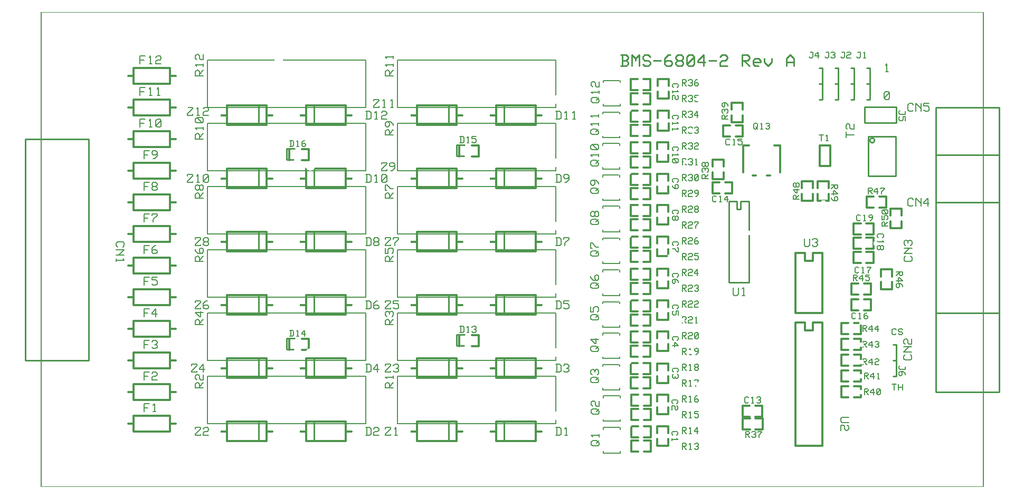
<source format=gto>
G04*
G04 Format:               Gerber RS-274X*
G04 Layer:                TopSilkscreen*
G04 This File Name:       bmsE.gto*
G04 Source File Name:     bmsE.rrb*
G04 Unique ID:            bca468ea-87cd-4f63-8e83-bbeb9de39dea*
G04 Generated Date:       Saturday, 23 August 2014 16:22:35*
G04*
G04 Created Using:        Robot Room Copper Connection v2.6.5209*
G04 Software Contact:     http://www.robotroom.com/CopperConnection/Support.aspx*
G04 License Number:       1402*
G04*
G04 Zero Suppression:     Leading*
G04 Number Precision:     2.4*
G04*
%FSLAX24Y24*%
%MOIN*%
%LNTopSilkscreen*%
%ADD10C,.006*%
%ADD11C,.0062*%
%ADD12C,.0079*%
%ADD13C,.008*%
%ADD14C,.01*%
%ADD15C,.0109*%
%ADD16C,.012*%
%ADD17C,.031*%
%ADD18C,.037*%
%ADD19C,.056*%
%ADD20C,.065*%
%ADD21C,.08*%
%ADD22C,.25*%
%ADD23R,.006X.006*%
%ADD24R,.056X.056*%
%ADD25R,.065X.065*%
%ADD26R,.08X.08*%
%ADD27R,.02X.026*%
%ADD28R,.03X.03*%
%ADD29R,.04X.06*%
%ADD30R,.045X.08*%
%ADD31R,.053X.039*%
%ADD32R,.059X.039*%
%ADD33R,.08X.01*%
%ADD34R,.13X.065*%
D10*
G01X35480Y10210D02*
Y10090D01*
X36540D01*
Y10210D01*
Y11580D02*
Y11700D01*
X36500D02*
X35480D01*
Y11580D01*
X35470Y8230D02*
Y8110D01*
X36530D01*
Y8230D01*
Y9600D02*
Y9720D01*
X36490D02*
X35470D01*
Y9600D01*
X35480Y6240D02*
Y6120D01*
X36540D01*
Y6240D01*
Y7610D02*
Y7730D01*
X36500D02*
X35480D01*
Y7610D01*
X35510Y4260D02*
Y4140D01*
X36570D01*
Y4260D01*
Y5630D02*
Y5750D01*
X36530D02*
X35510D01*
Y5630D01*
Y2250D02*
Y2130D01*
X36570D01*
Y2250D01*
Y3620D02*
Y3740D01*
X36530D02*
X35510D01*
Y3620D01*
X35470Y14240D02*
Y14120D01*
X36530D01*
Y14240D01*
Y15610D02*
Y15730D01*
X36490D02*
X35470D01*
Y15610D01*
Y12220D02*
Y12100D01*
X36530D01*
Y12220D01*
Y13590D02*
Y13710D01*
X36490D02*
X35470D01*
Y13590D01*
Y16250D02*
Y16130D01*
X36530D01*
Y16250D01*
Y17620D02*
Y17740D01*
X36490D02*
X35470D01*
Y17620D01*
Y18230D02*
Y18110D01*
X36530D01*
Y18230D01*
Y19600D02*
Y19720D01*
X36490D02*
X35470D01*
Y19600D01*
X35480Y20220D02*
Y20100D01*
X36540D01*
Y20220D01*
Y21590D02*
Y21710D01*
X36500D02*
X35480D01*
Y21590D01*
Y22200D02*
Y22080D01*
X36540D01*
Y22200D01*
Y23570D02*
Y23690D01*
X36500D02*
X35480D01*
Y23570D01*
X35510Y24210D02*
Y24090D01*
X36570D01*
Y24210D01*
Y25580D02*
Y25700D01*
X36530D02*
X35510D01*
Y25580D01*
X40500Y2750D02*
Y2367D01*
Y2750D02*
X40691D01*
X40755Y2686D01*
Y2622D01*
X40691Y2559D01*
X40500D01*
X40564D02*
X40755Y2367D01*
X40946Y2686D02*
X41010Y2750D01*
Y2367D01*
X40946D02*
X41074D01*
X41265Y2686D02*
X41329Y2750D01*
X41456D01*
X41520Y2686D01*
Y2622D01*
X41456Y2559D01*
X41392D01*
X41456D02*
X41520Y2495D01*
Y2431D01*
X41456Y2367D01*
X41329D01*
X41265Y2431D01*
X51564Y27500D02*
X51755D01*
Y27181D01*
X51691Y27117D01*
X51564D01*
X51500Y27181D01*
X51946Y27436D02*
X52010Y27500D01*
Y27117D01*
X51946D02*
X52074D01*
X40500Y3750D02*
Y3368D01*
Y3750D02*
X40691D01*
X40755Y3686D01*
Y3623D01*
X40691Y3559D01*
X40500D01*
X40564D02*
X40755Y3368D01*
X40946Y3686D02*
X41010Y3750D01*
Y3368D01*
X40946D02*
X41074D01*
X41520Y3495D02*
X41265D01*
Y3559D01*
X41456Y3750D01*
Y3368D01*
X39901Y3245D02*
X39838Y3309D01*
Y3436D01*
X39901Y3500D01*
X40156D01*
X40220Y3436D01*
Y3309D01*
X40156Y3245D01*
Y3054D02*
X40220Y2990D01*
X39838D01*
Y3054D02*
Y2926D01*
X40500Y4750D02*
Y4368D01*
Y4750D02*
X40691D01*
X40755Y4686D01*
Y4623D01*
X40691Y4559D01*
X40500D01*
X40564D02*
X40755Y4368D01*
X40946Y4686D02*
X41010Y4750D01*
Y4368D01*
X40946D02*
X41074D01*
X41265Y4623D02*
Y4750D01*
X41520D01*
X41265Y4623D02*
X41456D01*
X41520Y4559D01*
Y4431D01*
X41456Y4368D01*
X41329D01*
X41265Y4431D01*
X40500Y5750D02*
Y5367D01*
Y5750D02*
X40691D01*
X40755Y5686D01*
Y5622D01*
X40691Y5559D01*
X40500D01*
X40564D02*
X40755Y5367D01*
X40946Y5686D02*
X41010Y5750D01*
Y5367D01*
X40946D02*
X41074D01*
X41265Y5495D02*
X41329Y5559D01*
X41456D01*
X41520Y5495D01*
Y5431D01*
X41456Y5367D01*
X41329D01*
X41265Y5431D01*
Y5495D01*
Y5622D01*
X41392Y5750D01*
X41456D01*
X39901Y5245D02*
X39838Y5309D01*
Y5436D01*
X39901Y5500D01*
X40156D01*
X40220Y5436D01*
Y5309D01*
X40156Y5245D01*
Y5118D02*
X40220Y5054D01*
Y4926D01*
X40156Y4863D01*
X40093D01*
X40029Y4926D01*
Y5054D01*
X39965Y5118D01*
X39838D01*
Y4863D01*
X50564Y27500D02*
X50755D01*
Y27181D01*
X50691Y27117D01*
X50564D01*
X50500Y27181D01*
X50882Y27436D02*
X50946Y27500D01*
X51074D01*
X51137Y27436D01*
Y27373D01*
X51074Y27309D01*
X50946D01*
X50882Y27245D01*
Y27117D01*
X51137D01*
X44500Y3500D02*
Y3118D01*
Y3500D02*
X44691D01*
X44755Y3436D01*
Y3373D01*
X44691Y3309D01*
X44500D01*
X44564D02*
X44755Y3118D01*
X44883Y3436D02*
X44946Y3500D01*
X45074D01*
X45138Y3436D01*
Y3373D01*
X45074Y3309D01*
X45010D01*
X45074D02*
X45138Y3245D01*
Y3181D01*
X45074Y3118D01*
X44946D01*
X44883Y3181D01*
X45265Y3436D02*
Y3500D01*
X45520D01*
Y3436D01*
X45329Y3245D01*
Y3118D01*
X44685Y5351D02*
X44621Y5288D01*
X44494D01*
X44430Y5351D01*
Y5606D01*
X44494Y5670D01*
X44621D01*
X44685Y5606D01*
X44876D02*
X44940Y5670D01*
Y5288D01*
X44876D02*
X45004D01*
X45195Y5606D02*
X45259Y5670D01*
X45386D01*
X45450Y5606D01*
Y5543D01*
X45386Y5479D01*
X45323D01*
X45386D02*
X45450Y5415D01*
Y5351D01*
X45386Y5288D01*
X45259D01*
X45195Y5351D01*
X40500Y6750D02*
Y6368D01*
Y6750D02*
X40691D01*
X40755Y6686D01*
Y6623D01*
X40691Y6559D01*
X40500D01*
X40564D02*
X40755Y6368D01*
X40946Y6686D02*
X41010Y6750D01*
Y6368D01*
X40946D02*
X41074D01*
X41265Y6686D02*
Y6750D01*
X41520D01*
Y6686D01*
X41329Y6495D01*
Y6368D01*
X40500Y8750D02*
Y8368D01*
Y8750D02*
X40691D01*
X40755Y8686D01*
Y8623D01*
X40691Y8559D01*
X40500D01*
X40564D02*
X40755Y8368D01*
X40946Y8686D02*
X41010Y8750D01*
Y8368D01*
X40946D02*
X41074D01*
X41520Y8623D02*
X41456Y8559D01*
X41329D01*
X41265Y8623D01*
Y8686D01*
X41329Y8750D01*
X41456D01*
X41520Y8686D01*
Y8495D01*
X41392Y8368D01*
X41329D01*
X40500Y9750D02*
Y9368D01*
Y9750D02*
X40691D01*
X40755Y9686D01*
Y9623D01*
X40691Y9559D01*
X40500D01*
X40564D02*
X40755Y9368D01*
X40882Y9686D02*
X40946Y9750D01*
X41074D01*
X41137Y9686D01*
Y9623D01*
X41074Y9559D01*
X40946D01*
X40882Y9495D01*
Y9368D01*
X41137D01*
X41265Y9431D02*
Y9686D01*
X41329Y9750D01*
X41456D01*
X41520Y9686D01*
Y9431D01*
X41456Y9368D01*
X41329D01*
X41265Y9431D01*
X41520Y9686D02*
X41265Y9431D01*
X39931Y9245D02*
X39867Y9309D01*
Y9436D01*
X39931Y9500D01*
X40186D01*
X40250Y9436D01*
Y9309D01*
X40186Y9245D01*
X39995Y8863D02*
Y9117D01*
X40059D01*
X40250Y8926D01*
X39867D01*
X40500Y7750D02*
Y7367D01*
Y7750D02*
X40691D01*
X40755Y7686D01*
Y7622D01*
X40691Y7559D01*
X40500D01*
X40564D02*
X40755Y7367D01*
X40946Y7686D02*
X41010Y7750D01*
Y7367D01*
X40946D02*
X41074D01*
X41329Y7559D02*
X41265Y7622D01*
Y7686D01*
X41329Y7750D01*
X41456D01*
X41520Y7686D01*
Y7622D01*
X41456Y7559D01*
X41329D01*
X41456D02*
X41520Y7495D01*
Y7431D01*
X41456Y7367D01*
X41329D01*
X41265Y7431D01*
Y7495D01*
X41329Y7559D01*
X39931Y7245D02*
X39867Y7309D01*
Y7436D01*
X39931Y7500D01*
X40186D01*
X40250Y7436D01*
Y7309D01*
X40186Y7245D01*
Y7118D02*
X40250Y7054D01*
Y6926D01*
X40186Y6863D01*
X40122D01*
X40059Y6926D01*
Y6990D01*
Y6926D02*
X39995Y6863D01*
X39931D01*
X39867Y6926D01*
Y7054D01*
X39931Y7118D01*
X40500Y10750D02*
Y10367D01*
Y10750D02*
X40691D01*
X40755Y10686D01*
Y10622D01*
X40691Y10559D01*
X40500D01*
X40564D02*
X40755Y10367D01*
X40882Y10686D02*
X40946Y10750D01*
X41074D01*
X41137Y10686D01*
Y10622D01*
X41074Y10559D01*
X40946D01*
X40882Y10495D01*
Y10367D01*
X41137D01*
X41329Y10686D02*
X41392Y10750D01*
Y10367D01*
X41329D02*
X41456D01*
X40500Y12750D02*
Y12367D01*
Y12750D02*
X40691D01*
X40755Y12686D01*
Y12622D01*
X40691Y12559D01*
X40500D01*
X40564D02*
X40755Y12367D01*
X40882Y12686D02*
X40946Y12750D01*
X41074D01*
X41137Y12686D01*
Y12622D01*
X41074Y12559D01*
X40946D01*
X40882Y12495D01*
Y12367D01*
X41137D01*
X41265Y12686D02*
X41329Y12750D01*
X41456D01*
X41520Y12686D01*
Y12622D01*
X41456Y12559D01*
X41392D01*
X41456D02*
X41520Y12495D01*
Y12431D01*
X41456Y12367D01*
X41329D01*
X41265Y12431D01*
X40500Y13750D02*
Y13368D01*
Y13750D02*
X40691D01*
X40755Y13686D01*
Y13623D01*
X40691Y13559D01*
X40500D01*
X40564D02*
X40755Y13368D01*
X40882Y13686D02*
X40946Y13750D01*
X41074D01*
X41137Y13686D01*
Y13623D01*
X41074Y13559D01*
X40946D01*
X40882Y13495D01*
Y13368D01*
X41137D01*
X41520Y13495D02*
X41265D01*
Y13559D01*
X41456Y13750D01*
Y13368D01*
X39931Y13245D02*
X39867Y13309D01*
Y13436D01*
X39931Y13500D01*
X40186D01*
X40250Y13436D01*
Y13309D01*
X40186Y13245D01*
X39995Y13118D02*
X40059Y13054D01*
Y12926D01*
X39995Y12863D01*
X39931D01*
X39867Y12926D01*
Y13054D01*
X39931Y13118D01*
X39995D01*
X40122D01*
X40250Y12990D01*
Y12926D01*
X40500Y11750D02*
Y11368D01*
Y11750D02*
X40691D01*
X40755Y11686D01*
Y11623D01*
X40691Y11559D01*
X40500D01*
X40564D02*
X40755Y11368D01*
X40882Y11686D02*
X40946Y11750D01*
X41074D01*
X41137Y11686D01*
Y11623D01*
X41074Y11559D01*
X40946D01*
X40882Y11495D01*
Y11368D01*
X41137D01*
X41265Y11686D02*
X41329Y11750D01*
X41456D01*
X41520Y11686D01*
Y11623D01*
X41456Y11559D01*
X41329D01*
X41265Y11495D01*
Y11368D01*
X41520D01*
X39931Y11245D02*
X39867Y11309D01*
Y11436D01*
X39931Y11500D01*
X40186D01*
X40250Y11436D01*
Y11309D01*
X40186Y11245D01*
X40122Y11117D02*
X40250D01*
Y10862D01*
X40122Y11117D02*
Y10926D01*
X40059Y10862D01*
X39931D01*
X39867Y10926D01*
Y11054D01*
X39931Y11117D01*
X41750Y19500D02*
X42132D01*
X41750D02*
Y19691D01*
X41814Y19755D01*
X41877D01*
X41941Y19691D01*
Y19500D01*
Y19564D02*
X42132Y19755D01*
X41814Y19882D02*
X41750Y19946D01*
Y20074D01*
X41814Y20137D01*
X41877D01*
X41941Y20074D01*
Y20010D01*
Y20074D02*
X42005Y20137D01*
X42069D01*
X42132Y20074D01*
Y19946D01*
X42069Y19882D01*
X41941Y20329D02*
X41877Y20265D01*
X41814D01*
X41750Y20329D01*
Y20456D01*
X41814Y20520D01*
X41877D01*
X41941Y20456D01*
Y20329D01*
Y20456D02*
X42005Y20520D01*
X42069D01*
X42132Y20456D01*
Y20329D01*
X42069Y20265D01*
X42005D01*
X41941Y20329D01*
X40500Y14750D02*
Y14368D01*
Y14750D02*
X40691D01*
X40755Y14686D01*
Y14623D01*
X40691Y14559D01*
X40500D01*
X40564D02*
X40755Y14368D01*
X40882Y14686D02*
X40946Y14750D01*
X41074D01*
X41137Y14686D01*
Y14623D01*
X41074Y14559D01*
X40946D01*
X40882Y14495D01*
Y14368D01*
X41137D01*
X41265Y14623D02*
Y14750D01*
X41520D01*
X41265Y14623D02*
X41456D01*
X41520Y14559D01*
Y14431D01*
X41456Y14368D01*
X41329D01*
X41265Y14431D01*
X40500Y16750D02*
Y16368D01*
Y16750D02*
X40691D01*
X40755Y16686D01*
Y16623D01*
X40691Y16559D01*
X40500D01*
X40564D02*
X40755Y16368D01*
X40882Y16686D02*
X40946Y16750D01*
X41074D01*
X41137Y16686D01*
Y16623D01*
X41074Y16559D01*
X40946D01*
X40882Y16495D01*
Y16368D01*
X41137D01*
X41265Y16686D02*
Y16750D01*
X41520D01*
Y16686D01*
X41329Y16495D01*
Y16368D01*
X40500Y17750D02*
Y17368D01*
Y17750D02*
X40691D01*
X40755Y17686D01*
Y17623D01*
X40691Y17559D01*
X40500D01*
X40564D02*
X40755Y17368D01*
X40882Y17686D02*
X40946Y17750D01*
X41074D01*
X41137Y17686D01*
Y17623D01*
X41074Y17559D01*
X40946D01*
X40882Y17495D01*
Y17368D01*
X41137D01*
X41329Y17559D02*
X41265Y17623D01*
Y17686D01*
X41329Y17750D01*
X41456D01*
X41520Y17686D01*
Y17623D01*
X41456Y17559D01*
X41329D01*
X41456D02*
X41520Y17495D01*
Y17431D01*
X41456Y17368D01*
X41329D01*
X41265Y17431D01*
Y17495D01*
X41329Y17559D01*
X39931Y17245D02*
X39867Y17309D01*
Y17436D01*
X39931Y17500D01*
X40186D01*
X40250Y17436D01*
Y17309D01*
X40186Y17245D01*
X40059Y17054D02*
X40122Y17118D01*
X40186D01*
X40250Y17054D01*
Y16926D01*
X40186Y16863D01*
X40122D01*
X40059Y16926D01*
Y17054D01*
Y16926D02*
X39995Y16863D01*
X39931D01*
X39867Y16926D01*
Y17054D01*
X39931Y17118D01*
X39995D01*
X40059Y17054D01*
X40500Y15750D02*
Y15367D01*
Y15750D02*
X40691D01*
X40755Y15686D01*
Y15622D01*
X40691Y15559D01*
X40500D01*
X40564D02*
X40755Y15367D01*
X40882Y15686D02*
X40946Y15750D01*
X41074D01*
X41137Y15686D01*
Y15622D01*
X41074Y15559D01*
X40946D01*
X40882Y15495D01*
Y15367D01*
X41137D01*
X41265Y15495D02*
X41329Y15559D01*
X41456D01*
X41520Y15495D01*
Y15431D01*
X41456Y15367D01*
X41329D01*
X41265Y15431D01*
Y15495D01*
Y15622D01*
X41392Y15750D01*
X41456D01*
X39931Y15245D02*
X39867Y15309D01*
Y15436D01*
X39931Y15500D01*
X40186D01*
X40250Y15436D01*
Y15309D01*
X40186Y15245D01*
Y15118D02*
X40250D01*
Y14863D01*
X40186D01*
X39995Y15054D01*
X39867D01*
X40500Y18750D02*
Y18368D01*
Y18750D02*
X40691D01*
X40755Y18686D01*
Y18623D01*
X40691Y18559D01*
X40500D01*
X40564D02*
X40755Y18368D01*
X40882Y18686D02*
X40946Y18750D01*
X41074D01*
X41137Y18686D01*
Y18623D01*
X41074Y18559D01*
X40946D01*
X40882Y18495D01*
Y18368D01*
X41137D01*
X41520Y18623D02*
X41456Y18559D01*
X41329D01*
X41265Y18623D01*
Y18686D01*
X41329Y18750D01*
X41456D01*
X41520Y18686D01*
Y18495D01*
X41392Y18368D01*
X41329D01*
X40500Y20750D02*
Y20367D01*
Y20750D02*
X40691D01*
X40755Y20686D01*
Y20622D01*
X40691Y20559D01*
X40500D01*
X40564D02*
X40755Y20367D01*
X40882Y20686D02*
X40946Y20750D01*
X41074D01*
X41137Y20686D01*
Y20622D01*
X41074Y20559D01*
X41010D01*
X41074D02*
X41137Y20495D01*
Y20431D01*
X41074Y20367D01*
X40946D01*
X40882Y20431D01*
X41329Y20686D02*
X41392Y20750D01*
Y20367D01*
X41329D02*
X41456D01*
X40500Y21750D02*
Y21368D01*
Y21750D02*
X40691D01*
X40755Y21686D01*
Y21623D01*
X40691Y21559D01*
X40500D01*
X40564D02*
X40755Y21368D01*
X40882Y21686D02*
X40946Y21750D01*
X41074D01*
X41137Y21686D01*
Y21623D01*
X41074Y21559D01*
X41010D01*
X41074D02*
X41137Y21495D01*
Y21431D01*
X41074Y21368D01*
X40946D01*
X40882Y21431D01*
X41265Y21686D02*
X41329Y21750D01*
X41456D01*
X41520Y21686D01*
Y21623D01*
X41456Y21559D01*
X41329D01*
X41265Y21495D01*
Y21368D01*
X41520D01*
X39931Y21245D02*
X39867Y21309D01*
Y21436D01*
X39931Y21500D01*
X40186D01*
X40250Y21436D01*
Y21309D01*
X40186Y21245D01*
Y21054D02*
X40250Y20990D01*
X39867D01*
Y21054D02*
Y20926D01*
X39931Y20735D02*
X40186D01*
X40250Y20671D01*
Y20544D01*
X40186Y20480D01*
X39931D01*
X39867Y20544D01*
Y20671D01*
X39931Y20735D01*
X40186Y20480D02*
X39931Y20735D01*
X40500Y19750D02*
Y19368D01*
Y19750D02*
X40691D01*
X40755Y19686D01*
Y19622D01*
X40691Y19559D01*
X40500D01*
X40564D02*
X40755Y19368D01*
X40882Y19686D02*
X40946Y19750D01*
X41074D01*
X41137Y19686D01*
Y19622D01*
X41074Y19559D01*
X41010D01*
X41074D02*
X41137Y19495D01*
Y19431D01*
X41074Y19368D01*
X40946D01*
X40882Y19431D01*
X41265D02*
Y19686D01*
X41329Y19750D01*
X41456D01*
X41520Y19686D01*
Y19431D01*
X41456Y19368D01*
X41329D01*
X41265Y19431D01*
X41520Y19686D02*
X41265Y19431D01*
X39931Y19245D02*
X39867Y19309D01*
Y19436D01*
X39931Y19500D01*
X40186D01*
X40250Y19436D01*
Y19309D01*
X40186Y19245D01*
X40122Y18863D02*
X40059Y18926D01*
Y19054D01*
X40122Y19117D01*
X40186D01*
X40250Y19054D01*
Y18926D01*
X40186Y18863D01*
X39995D01*
X39867Y18990D01*
Y19054D01*
X42655Y18081D02*
X42591Y18018D01*
X42464D01*
X42400Y18081D01*
Y18336D01*
X42464Y18400D01*
X42591D01*
X42655Y18336D01*
X42846D02*
X42910Y18400D01*
Y18018D01*
X42846D02*
X42974D01*
X43420Y18145D02*
X43165D01*
Y18209D01*
X43356Y18400D01*
Y18018D01*
X40500Y22750D02*
Y22368D01*
Y22750D02*
X40691D01*
X40755Y22686D01*
Y22623D01*
X40691Y22559D01*
X40500D01*
X40564D02*
X40755Y22368D01*
X40882Y22686D02*
X40946Y22750D01*
X41074D01*
X41137Y22686D01*
Y22623D01*
X41074Y22559D01*
X41010D01*
X41074D02*
X41137Y22495D01*
Y22431D01*
X41074Y22368D01*
X40946D01*
X40882Y22431D01*
X41265Y22686D02*
X41329Y22750D01*
X41456D01*
X41520Y22686D01*
Y22623D01*
X41456Y22559D01*
X41392D01*
X41456D02*
X41520Y22495D01*
Y22431D01*
X41456Y22368D01*
X41329D01*
X41265Y22431D01*
X40500Y24750D02*
Y24367D01*
Y24750D02*
X40691D01*
X40755Y24686D01*
Y24622D01*
X40691Y24559D01*
X40500D01*
X40564D02*
X40755Y24367D01*
X40882Y24686D02*
X40946Y24750D01*
X41074D01*
X41137Y24686D01*
Y24622D01*
X41074Y24559D01*
X41010D01*
X41074D02*
X41137Y24495D01*
Y24431D01*
X41074Y24367D01*
X40946D01*
X40882Y24431D01*
X41265Y24622D02*
Y24750D01*
X41520D01*
X41265Y24622D02*
X41456D01*
X41520Y24559D01*
Y24431D01*
X41456Y24367D01*
X41329D01*
X41265Y24431D01*
X40500Y25750D02*
Y25367D01*
Y25750D02*
X40691D01*
X40755Y25686D01*
Y25623D01*
X40691Y25559D01*
X40500D01*
X40564D02*
X40755Y25367D01*
X40882Y25686D02*
X40946Y25750D01*
X41074D01*
X41137Y25686D01*
Y25623D01*
X41074Y25559D01*
X41010D01*
X41074D02*
X41137Y25495D01*
Y25431D01*
X41074Y25367D01*
X40946D01*
X40882Y25431D01*
X41265Y25495D02*
X41329Y25559D01*
X41456D01*
X41520Y25495D01*
Y25431D01*
X41456Y25367D01*
X41329D01*
X41265Y25431D01*
Y25495D01*
Y25623D01*
X41392Y25750D01*
X41456D01*
X39931Y25245D02*
X39867Y25309D01*
Y25436D01*
X39931Y25500D01*
X40186D01*
X40250Y25436D01*
Y25309D01*
X40186Y25245D01*
Y25054D02*
X40250Y24990D01*
X39867D01*
Y25054D02*
Y24926D01*
X40186Y24735D02*
X40250Y24671D01*
Y24544D01*
X40186Y24480D01*
X40122D01*
X40059Y24544D01*
Y24671D01*
X39995Y24735D01*
X39867D01*
Y24480D01*
X40500Y23750D02*
Y23367D01*
Y23750D02*
X40691D01*
X40755Y23686D01*
Y23623D01*
X40691Y23559D01*
X40500D01*
X40564D02*
X40755Y23367D01*
X40882Y23686D02*
X40946Y23750D01*
X41074D01*
X41137Y23686D01*
Y23623D01*
X41074Y23559D01*
X41010D01*
X41074D02*
X41137Y23495D01*
Y23431D01*
X41074Y23367D01*
X40946D01*
X40882Y23431D01*
X41520Y23495D02*
X41265D01*
Y23559D01*
X41456Y23750D01*
Y23367D01*
X39931Y23245D02*
X39867Y23309D01*
Y23436D01*
X39931Y23500D01*
X40186D01*
X40250Y23436D01*
Y23309D01*
X40186Y23245D01*
Y23054D02*
X40250Y22990D01*
X39867D01*
Y23054D02*
Y22926D01*
X40186Y22671D02*
X40250Y22608D01*
X39867D01*
Y22671D02*
Y22544D01*
X49564Y27500D02*
X49755D01*
Y27181D01*
X49691Y27117D01*
X49564D01*
X49500Y27181D01*
X49883Y27436D02*
X49946Y27500D01*
X50074D01*
X50138Y27436D01*
Y27373D01*
X50074Y27309D01*
X50010D01*
X50074D02*
X50138Y27245D01*
Y27181D01*
X50074Y27117D01*
X49946D01*
X49883Y27181D01*
X45000Y22681D02*
Y22873D01*
Y22936D01*
X45064Y23000D01*
X45191D01*
X45255Y22936D01*
Y22745D01*
X45127Y22618D01*
X45064D01*
X45000Y22681D01*
X45127Y22745D02*
X45255Y22618D01*
X45446Y22936D02*
X45510Y23000D01*
Y22618D01*
X45446D02*
X45574D01*
X45765Y22936D02*
X45829Y23000D01*
X45956D01*
X46020Y22936D01*
Y22873D01*
X45956Y22809D01*
X45892D01*
X45956D02*
X46020Y22745D01*
Y22681D01*
X45956Y22618D01*
X45829D01*
X45765Y22681D01*
X43000Y23250D02*
X43382D01*
X43000D02*
Y23441D01*
X43064Y23505D01*
X43127D01*
X43191Y23441D01*
Y23250D01*
Y23314D02*
X43382Y23505D01*
X43064Y23632D02*
X43000Y23696D01*
Y23824D01*
X43064Y23887D01*
X43127D01*
X43191Y23824D01*
Y23760D01*
Y23824D02*
X43255Y23887D01*
X43319D01*
X43382Y23824D01*
Y23696D01*
X43319Y23632D01*
X43127Y24270D02*
X43191Y24206D01*
Y24079D01*
X43127Y24015D01*
X43064D01*
X43000Y24079D01*
Y24206D01*
X43064Y24270D01*
X43255D01*
X43382Y24142D01*
Y24079D01*
X43505Y21681D02*
X43441Y21617D01*
X43314D01*
X43250Y21681D01*
Y21936D01*
X43314Y22000D01*
X43441D01*
X43505Y21936D01*
X43696D02*
X43760Y22000D01*
Y21617D01*
X43696D02*
X43824D01*
X44015Y21872D02*
Y22000D01*
X44270D01*
X44015Y21872D02*
X44206D01*
X44270Y21809D01*
Y21681D01*
X44206Y21617D01*
X44079D01*
X44015Y21681D01*
X48564Y27500D02*
X48755D01*
Y27181D01*
X48691Y27117D01*
X48564D01*
X48500Y27181D01*
X49138Y27245D02*
X48883D01*
Y27309D01*
X49074Y27500D01*
Y27117D01*
X54570Y7596D02*
Y7405D01*
X54251D01*
X54188Y7469D01*
Y7596D01*
X54251Y7660D01*
X54315Y7277D02*
X54379Y7214D01*
Y7086D01*
X54315Y7023D01*
X54251D01*
X54188Y7086D01*
Y7214D01*
X54251Y7277D01*
X54315D01*
X54443D01*
X54570Y7150D01*
Y7086D01*
Y23736D02*
Y23545D01*
X54251D01*
X54188Y23609D01*
Y23736D01*
X54251Y23800D01*
X54443Y23417D02*
X54570D01*
Y23163D01*
X54443Y23417D02*
Y23226D01*
X54379Y23163D01*
X54251D01*
X54188Y23226D01*
Y23354D01*
X54251Y23417D01*
X49140Y22260D02*
X49395D01*
X49267D02*
Y21878D01*
X49586Y22196D02*
X49650Y22260D01*
Y21878D01*
X49586D02*
X49714D01*
X15700Y9900D02*
X15891D01*
X15955Y9836D01*
Y9581D01*
X15891Y9517D01*
X15700D01*
X15764Y9900D02*
Y9517D01*
X16146Y9836D02*
X16210Y9900D01*
Y9517D01*
X16146D02*
X16274D01*
X16720Y9645D02*
X16465D01*
Y9709D01*
X16656Y9900D01*
Y9517D01*
X26450Y10150D02*
X26641D01*
X26705Y10086D01*
Y9831D01*
X26641Y9768D01*
X26450D01*
X26514Y10150D02*
Y9768D01*
X26896Y10086D02*
X26960Y10150D01*
Y9768D01*
X26896D02*
X27024D01*
X27215Y10086D02*
X27279Y10150D01*
X27406D01*
X27470Y10086D01*
Y10023D01*
X27406Y9959D01*
X27343D01*
X27406D02*
X27470Y9895D01*
Y9831D01*
X27406Y9768D01*
X27279D01*
X27215Y9831D01*
X26450Y22150D02*
X26641D01*
X26705Y22086D01*
Y21831D01*
X26641Y21768D01*
X26450D01*
X26514Y22150D02*
Y21768D01*
X26896Y22086D02*
X26960Y22150D01*
Y21768D01*
X26896D02*
X27024D01*
X27215Y22023D02*
Y22150D01*
X27470D01*
X27215Y22023D02*
X27406D01*
X27470Y21959D01*
Y21831D01*
X27406Y21768D01*
X27279D01*
X27215Y21831D01*
X15700Y21900D02*
X15891D01*
X15955Y21836D01*
Y21581D01*
X15891Y21518D01*
X15700D01*
X15764Y21900D02*
Y21518D01*
X16146Y21836D02*
X16210Y21900D01*
Y21518D01*
X16146D02*
X16274D01*
X16465Y21645D02*
X16529Y21709D01*
X16656D01*
X16720Y21645D01*
Y21581D01*
X16656Y21518D01*
X16529D01*
X16465Y21581D01*
Y21645D01*
Y21772D01*
X16592Y21900D01*
X16656D01*
X52240Y18900D02*
Y18518D01*
Y18900D02*
X52431D01*
X52495Y18836D01*
Y18773D01*
X52431Y18709D01*
X52240D01*
X52304D02*
X52495Y18518D01*
X52877Y18645D02*
X52622D01*
Y18709D01*
X52814Y18900D01*
Y18518D01*
X53005Y18836D02*
Y18900D01*
X53260D01*
Y18836D01*
X53069Y18645D01*
Y18518D01*
X54400Y13600D02*
X54017D01*
X54400D02*
Y13409D01*
X54336Y13345D01*
X54272D01*
X54209Y13409D01*
Y13600D01*
Y13536D02*
X54017Y13345D01*
X54145Y12963D02*
Y13218D01*
X54209D01*
X54400Y13026D01*
X54017D01*
X54145Y12835D02*
X54209Y12771D01*
Y12644D01*
X54145Y12580D01*
X54081D01*
X54017Y12644D01*
Y12771D01*
X54081Y12835D01*
X54145D01*
X54272D01*
X54400Y12708D01*
Y12644D01*
X51300Y13400D02*
Y13018D01*
Y13400D02*
X51491D01*
X51555Y13336D01*
Y13273D01*
X51491Y13209D01*
X51300D01*
X51364D02*
X51555Y13018D01*
X51938Y13145D02*
X51683D01*
Y13209D01*
X51874Y13400D01*
Y13018D01*
X52065Y13273D02*
Y13400D01*
X52320D01*
X52065Y13273D02*
X52256D01*
X52320Y13209D01*
Y13081D01*
X52256Y13018D01*
X52129D01*
X52065Y13081D01*
X51455Y10681D02*
X51391Y10618D01*
X51264D01*
X51200Y10681D01*
Y10936D01*
X51264Y11000D01*
X51391D01*
X51455Y10936D01*
X51646D02*
X51710Y11000D01*
Y10618D01*
X51646D02*
X51774D01*
X51965Y10745D02*
X52029Y10809D01*
X52156D01*
X52220Y10745D01*
Y10681D01*
X52156Y10618D01*
X52029D01*
X51965Y10681D01*
Y10745D01*
Y10873D01*
X52092Y11000D01*
X52156D01*
X51900Y10200D02*
Y9818D01*
Y10200D02*
X52091D01*
X52155Y10136D01*
Y10072D01*
X52091Y10009D01*
X51900D01*
X51964D02*
X52155Y9818D01*
X52537Y9945D02*
X52282D01*
Y10009D01*
X52474Y10200D01*
Y9818D01*
X52920Y9945D02*
X52665D01*
Y10009D01*
X52856Y10200D01*
Y9818D01*
X51900Y9200D02*
Y8818D01*
Y9200D02*
X52091D01*
X52155Y9136D01*
Y9073D01*
X52091Y9009D01*
X51900D01*
X51964D02*
X52155Y8818D01*
X52537Y8945D02*
X52282D01*
Y9009D01*
X52474Y9200D01*
Y8818D01*
X52665Y9136D02*
X52729Y9200D01*
X52856D01*
X52920Y9136D01*
Y9073D01*
X52856Y9009D01*
X52792D01*
X52856D02*
X52920Y8945D01*
Y8881D01*
X52856Y8818D01*
X52729D01*
X52665Y8881D01*
X51900Y8100D02*
Y7717D01*
Y8100D02*
X52091D01*
X52155Y8036D01*
Y7972D01*
X52091Y7909D01*
X51900D01*
X51964D02*
X52155Y7717D01*
X52537Y7845D02*
X52282D01*
Y7909D01*
X52474Y8100D01*
Y7717D01*
X52665Y8036D02*
X52729Y8100D01*
X52856D01*
X52920Y8036D01*
Y7972D01*
X52856Y7909D01*
X52729D01*
X52665Y7845D01*
Y7717D01*
X52920D01*
X52000Y7200D02*
Y6817D01*
Y7200D02*
X52191D01*
X52255Y7136D01*
Y7072D01*
X52191Y7009D01*
X52000D01*
X52064D02*
X52255Y6817D01*
X52638Y6945D02*
X52383D01*
Y7009D01*
X52574Y7200D01*
Y6817D01*
X52829Y7136D02*
X52893Y7200D01*
Y6817D01*
X52829D02*
X52956D01*
X52000Y6200D02*
Y5818D01*
Y6200D02*
X52191D01*
X52255Y6136D01*
Y6073D01*
X52191Y6009D01*
X52000D01*
X52064D02*
X52255Y5818D01*
X52638Y5945D02*
X52383D01*
Y6009D01*
X52574Y6200D01*
Y5818D01*
X52765Y5881D02*
Y6136D01*
X52829Y6200D01*
X52956D01*
X53020Y6136D01*
Y5881D01*
X52956Y5818D01*
X52829D01*
X52765Y5881D01*
X53020Y6136D02*
X52765Y5881D01*
X47500Y18200D02*
X47882D01*
X47500D02*
Y18391D01*
X47564Y18455D01*
X47627D01*
X47691Y18391D01*
Y18200D01*
Y18264D02*
X47882Y18455D01*
X47755Y18837D02*
Y18582D01*
X47691D01*
X47500Y18774D01*
X47882D01*
X47691Y19029D02*
X47627Y18965D01*
X47564D01*
X47500Y19029D01*
Y19156D01*
X47564Y19220D01*
X47627D01*
X47691Y19156D01*
Y19029D01*
Y19156D02*
X47755Y19220D01*
X47819D01*
X47882Y19156D01*
Y19029D01*
X47819Y18965D01*
X47755D01*
X47691Y19029D01*
X52881Y15745D02*
X52818Y15809D01*
Y15936D01*
X52881Y16000D01*
X53136D01*
X53200Y15936D01*
Y15809D01*
X53136Y15745D01*
Y15554D02*
X53200Y15490D01*
X52818D01*
Y15554D02*
Y15426D01*
X53009Y15171D02*
X53073Y15235D01*
X53136D01*
X53200Y15171D01*
Y15044D01*
X53136Y14980D01*
X53073D01*
X53009Y15044D01*
Y15171D01*
Y15044D02*
X52945Y14980D01*
X52881D01*
X52818Y15044D01*
Y15171D01*
X52881Y15235D01*
X52945D01*
X53009Y15171D01*
X51655Y13581D02*
X51591Y13518D01*
X51464D01*
X51400Y13581D01*
Y13836D01*
X51464Y13900D01*
X51591D01*
X51655Y13836D01*
X51846D02*
X51910Y13900D01*
Y13518D01*
X51846D02*
X51974D01*
X52165Y13836D02*
Y13900D01*
X52420D01*
Y13836D01*
X52229Y13645D01*
Y13518D01*
X51755Y16881D02*
X51691Y16818D01*
X51564D01*
X51500Y16881D01*
Y17136D01*
X51564Y17200D01*
X51691D01*
X51755Y17136D01*
X51946D02*
X52010Y17200D01*
Y16818D01*
X51946D02*
X52074D01*
X52520Y17073D02*
X52456Y17009D01*
X52329D01*
X52265Y17073D01*
Y17136D01*
X52329Y17200D01*
X52456D01*
X52520Y17136D01*
Y16945D01*
X52392Y16818D01*
X52329D01*
X50300Y19100D02*
X49918D01*
X50300D02*
Y18909D01*
X50236Y18845D01*
X50173D01*
X50109Y18909D01*
Y19100D01*
Y19036D02*
X49918Y18845D01*
X50045Y18463D02*
Y18718D01*
X50109D01*
X50300Y18526D01*
X49918D01*
X50173Y18080D02*
X50109Y18144D01*
Y18271D01*
X50173Y18335D01*
X50236D01*
X50300Y18271D01*
Y18144D01*
X50236Y18080D01*
X50045D01*
X49918Y18208D01*
Y18271D01*
X53100Y16500D02*
X53483D01*
X53100D02*
Y16691D01*
X53164Y16755D01*
X53228D01*
X53291Y16691D01*
Y16500D01*
Y16564D02*
X53483Y16755D01*
X53228Y16882D02*
X53100D01*
Y17137D01*
X53228Y16882D02*
Y17074D01*
X53291Y17137D01*
X53419D01*
X53483Y17074D01*
Y16946D01*
X53419Y16882D01*
Y17265D02*
X53164D01*
X53100Y17329D01*
Y17456D01*
X53164Y17520D01*
X53419D01*
X53483Y17456D01*
Y17329D01*
X53419Y17265D01*
X53164Y17520D02*
X53419Y17265D01*
D11*
X54015Y9669D02*
X53949Y9603D01*
X53816D01*
X53750Y9669D01*
Y9934D01*
X53816Y10000D01*
X53949D01*
X54015Y9934D01*
X54346Y9801D02*
X54214D01*
X54147Y9867D01*
Y9934D01*
X54214Y10000D01*
X54346D01*
X54412Y9934D01*
X54346Y9801D02*
X54412Y9735D01*
Y9669D01*
X54346Y9603D01*
X54214D01*
X54147Y9669D01*
X53750Y6500D02*
X54015D01*
X53882D02*
Y6102D01*
X54147Y6500D02*
Y6102D01*
Y6301D02*
X54412D01*
Y6500D02*
Y6102D01*
D12*
X53334Y26666D02*
X53417Y26750D01*
Y26247D01*
X53334D02*
X53501D01*
X53250Y24581D02*
Y24916D01*
X53334Y25000D01*
X53501D01*
X53585Y24916D01*
Y24581D01*
X53501Y24497D01*
X53334D01*
X53250Y24581D01*
X53585Y24916D02*
X53250Y24581D01*
X44035Y12600D02*
Y12181D01*
X43951Y12098D01*
X43784D01*
X43700Y12181D01*
Y12600D01*
X44286Y12516D02*
X44370Y12600D01*
Y12098D01*
X44286D02*
X44454D01*
X54909Y8345D02*
X54992Y8261D01*
Y8094D01*
X54909Y8010D01*
X54574D01*
X54490Y8094D01*
Y8261D01*
X54574Y8345D01*
X54992Y8513D02*
X54490D01*
X54825Y8848D01*
X54490D02*
X54992D01*
X54574Y9015D02*
X54490Y9099D01*
Y9266D01*
X54574Y9350D01*
X54657D01*
X54741Y9266D01*
Y9099D01*
X54825Y9015D01*
X54992D01*
Y9350D01*
X35139Y10540D02*
X34888D01*
X34804D01*
X34720Y10624D01*
Y10791D01*
X34804Y10875D01*
X35055D01*
X35223Y10708D01*
Y10624D01*
X35139Y10540D01*
X35055Y10708D02*
X35223Y10875D01*
X34888Y11043D02*
X34720D01*
Y11378D01*
X34888Y11043D02*
Y11294D01*
X34971Y11378D01*
X35139D01*
X35223Y11294D01*
Y11126D01*
X35139Y11043D01*
X55085Y17831D02*
X55001Y17747D01*
X54834D01*
X54750Y17831D01*
Y18166D01*
X54834Y18250D01*
X55001D01*
X55085Y18166D01*
X55252Y17747D02*
Y18250D01*
X55587Y17915D01*
Y18250D02*
Y17747D01*
X56090Y17915D02*
X55755D01*
Y17999D01*
X56006Y18250D01*
Y17747D01*
X35129Y8560D02*
X34878D01*
X34794D01*
X34710Y8644D01*
Y8811D01*
X34794Y8895D01*
X35045D01*
X35213Y8727D01*
Y8644D01*
X35129Y8560D01*
X35045Y8727D02*
X35213Y8895D01*
X35045Y9398D02*
Y9062D01*
X34961D01*
X34710Y9314D01*
X35213D01*
X35139Y6570D02*
X34888D01*
X34804D01*
X34720Y6654D01*
Y6821D01*
X34804Y6905D01*
X35055D01*
X35223Y6738D01*
Y6654D01*
X35139Y6570D01*
X35055Y6738D02*
X35223Y6905D01*
X34804Y7073D02*
X34720Y7156D01*
Y7324D01*
X34804Y7408D01*
X34888D01*
X34971Y7324D01*
Y7240D01*
Y7324D02*
X35055Y7408D01*
X35139D01*
X35223Y7324D01*
Y7156D01*
X35139Y7073D01*
X35169Y4590D02*
X34918D01*
X34834D01*
X34750Y4674D01*
Y4841D01*
X34834Y4925D01*
X35085D01*
X35253Y4757D01*
Y4674D01*
X35169Y4590D01*
X35085Y4757D02*
X35253Y4925D01*
X34834Y5093D02*
X34750Y5176D01*
Y5344D01*
X34834Y5428D01*
X34918D01*
X35001Y5344D01*
Y5176D01*
X35085Y5093D01*
X35253D01*
Y5428D01*
X35169Y2580D02*
X34918D01*
X34834D01*
X34750Y2664D01*
Y2831D01*
X34834Y2915D01*
X35085D01*
X35253Y2748D01*
Y2664D01*
X35169Y2580D01*
X35085Y2748D02*
X35253Y2915D01*
X34834Y3166D02*
X34750Y3250D01*
X35253D01*
Y3166D02*
Y3334D01*
X55085Y23831D02*
X55001Y23747D01*
X54834D01*
X54750Y23831D01*
Y24166D01*
X54834Y24250D01*
X55001D01*
X55085Y24166D01*
X55252Y23747D02*
Y24250D01*
X55587Y23915D01*
Y24250D02*
Y23747D01*
X55755Y24082D02*
Y24250D01*
X56090D01*
X55755Y24082D02*
X56006D01*
X56090Y23999D01*
Y23831D01*
X56006Y23747D01*
X55839D01*
X55755Y23831D01*
X35129Y14570D02*
X34878D01*
X34794D01*
X34710Y14654D01*
Y14821D01*
X34794Y14905D01*
X35045D01*
X35213Y14737D01*
Y14654D01*
X35129Y14570D01*
X35045Y14737D02*
X35213Y14905D01*
X34794Y15072D02*
X34710D01*
Y15408D01*
X34794D01*
X35045Y15156D01*
X35213D01*
X9750Y26000D02*
X10252D01*
X9750D02*
Y26251D01*
X9834Y26335D01*
X9918D01*
X10001Y26251D01*
Y26000D01*
Y26084D02*
X10252Y26335D01*
X9834Y26586D02*
X9750Y26670D01*
X10252D01*
Y26586D02*
Y26754D01*
X9834Y27005D02*
X9750Y27089D01*
Y27256D01*
X9834Y27340D01*
X9918D01*
X10001Y27256D01*
Y27089D01*
X10085Y27005D01*
X10252D01*
Y27340D01*
X35129Y12550D02*
X34878D01*
X34794D01*
X34710Y12634D01*
Y12801D01*
X34794Y12885D01*
X35045D01*
X35213Y12717D01*
Y12634D01*
X35129Y12550D01*
X35045Y12717D02*
X35213Y12885D01*
X35045Y13053D02*
X34961Y13136D01*
Y13304D01*
X35045Y13388D01*
X35129D01*
X35213Y13304D01*
Y13136D01*
X35129Y13053D01*
X35045D01*
X34878D01*
X34710Y13220D01*
Y13304D01*
X35129Y16580D02*
X34878D01*
X34794D01*
X34710Y16664D01*
Y16831D01*
X34794Y16915D01*
X35045D01*
X35213Y16748D01*
Y16664D01*
X35129Y16580D01*
X35045Y16748D02*
X35213Y16915D01*
X34961Y17166D02*
X34878Y17082D01*
X34794D01*
X34710Y17166D01*
Y17334D01*
X34794Y17418D01*
X34878D01*
X34961Y17334D01*
Y17166D01*
Y17334D02*
X35045Y17418D01*
X35129D01*
X35213Y17334D01*
Y17166D01*
X35129Y17082D01*
X35045D01*
X34961Y17166D01*
X35129Y18560D02*
X34878D01*
X34794D01*
X34710Y18644D01*
Y18811D01*
X34794Y18895D01*
X35045D01*
X35213Y18728D01*
Y18644D01*
X35129Y18560D01*
X35045Y18728D02*
X35213Y18895D01*
X34878Y19398D02*
X34961Y19314D01*
Y19146D01*
X34878Y19062D01*
X34794D01*
X34710Y19146D01*
Y19314D01*
X34794Y19398D01*
X35045D01*
X35213Y19230D01*
Y19146D01*
X21750Y26000D02*
X22253D01*
X21750D02*
Y26251D01*
X21834Y26335D01*
X21918D01*
X22001Y26251D01*
Y26000D01*
Y26084D02*
X22253Y26335D01*
X21834Y26586D02*
X21750Y26670D01*
X22253D01*
Y26586D02*
Y26754D01*
X21834Y27089D02*
X21750Y27172D01*
X22253D01*
Y27089D02*
Y27256D01*
X9750Y22000D02*
X10252D01*
X9750D02*
Y22251D01*
X9834Y22335D01*
X9918D01*
X10001Y22251D01*
Y22000D01*
Y22084D02*
X10252Y22335D01*
X9834Y22586D02*
X9750Y22670D01*
X10252D01*
Y22586D02*
Y22754D01*
X10169Y23005D02*
X9834D01*
X9750Y23089D01*
Y23256D01*
X9834Y23340D01*
X10169D01*
X10252Y23256D01*
Y23089D01*
X10169Y23005D01*
X9834Y23340D02*
X10169Y23005D01*
X21750Y22250D02*
X22253D01*
X21750D02*
Y22501D01*
X21834Y22585D01*
X21918D01*
X22001Y22501D01*
Y22250D01*
Y22334D02*
X22253Y22585D01*
X21918Y23087D02*
X22001Y23004D01*
Y22836D01*
X21918Y22752D01*
X21834D01*
X21750Y22836D01*
Y23004D01*
X21834Y23087D01*
X22085D01*
X22253Y22920D01*
Y22836D01*
X9750Y18250D02*
X10252D01*
X9750D02*
Y18501D01*
X9834Y18585D01*
X9918D01*
X10001Y18501D01*
Y18250D01*
Y18334D02*
X10252Y18585D01*
X10001Y18836D02*
X9918Y18752D01*
X9834D01*
X9750Y18836D01*
Y19004D01*
X9834Y19087D01*
X9918D01*
X10001Y19004D01*
Y18836D01*
Y19004D02*
X10085Y19087D01*
X10169D01*
X10252Y19004D01*
Y18836D01*
X10169Y18752D01*
X10085D01*
X10001Y18836D01*
X21750Y18250D02*
X22253D01*
X21750D02*
Y18501D01*
X21834Y18585D01*
X21918D01*
X22001Y18501D01*
Y18250D01*
Y18334D02*
X22253Y18585D01*
X21834Y18752D02*
X21750D01*
Y19087D01*
X21834D01*
X22085Y18836D01*
X22253D01*
X9750Y14250D02*
X10252D01*
X9750D02*
Y14501D01*
X9834Y14585D01*
X9918D01*
X10001Y14501D01*
Y14250D01*
Y14334D02*
X10252Y14585D01*
X10085Y14753D02*
X10001Y14836D01*
Y15004D01*
X10085Y15088D01*
X10169D01*
X10252Y15004D01*
Y14836D01*
X10169Y14753D01*
X10085D01*
X9918D01*
X9750Y14920D01*
Y15004D01*
X21750Y14250D02*
X22253D01*
X21750D02*
Y14501D01*
X21834Y14585D01*
X21918D01*
X22001Y14501D01*
Y14250D01*
Y14334D02*
X22253Y14585D01*
X21918Y14753D02*
X21750D01*
Y15088D01*
X21918Y14753D02*
Y15004D01*
X22001Y15088D01*
X22169D01*
X22253Y15004D01*
Y14836D01*
X22169Y14753D01*
X9750Y10250D02*
X10252D01*
X9750D02*
Y10501D01*
X9834Y10585D01*
X9918D01*
X10001Y10501D01*
Y10250D01*
Y10334D02*
X10252Y10585D01*
X10085Y11088D02*
Y10752D01*
X10001D01*
X9750Y11004D01*
X10252D01*
X21750Y10250D02*
X22253D01*
X21750D02*
Y10501D01*
X21834Y10585D01*
X21918D01*
X22001Y10501D01*
Y10250D01*
Y10334D02*
X22253Y10585D01*
X21834Y10752D02*
X21750Y10836D01*
Y11004D01*
X21834Y11088D01*
X21918D01*
X22001Y11004D01*
Y10920D01*
Y11004D02*
X22085Y11088D01*
X22169D01*
X22253Y11004D01*
Y10836D01*
X22169Y10752D01*
X9750Y6250D02*
X10252D01*
X9750D02*
Y6501D01*
X9834Y6585D01*
X9918D01*
X10001Y6501D01*
Y6250D01*
Y6334D02*
X10252Y6585D01*
X9834Y6753D02*
X9750Y6836D01*
Y7004D01*
X9834Y7088D01*
X9918D01*
X10001Y7004D01*
Y6836D01*
X10085Y6753D01*
X10252D01*
Y7088D01*
X21750Y6250D02*
X22253D01*
X21750D02*
Y6501D01*
X21834Y6585D01*
X21918D01*
X22001Y6501D01*
Y6250D01*
Y6334D02*
X22253Y6585D01*
X21834Y6836D02*
X21750Y6920D01*
X22253D01*
Y6836D02*
Y7004D01*
X35139Y20300D02*
X34888D01*
X34804D01*
X34720Y20384D01*
Y20551D01*
X34804Y20635D01*
X35055D01*
X35223Y20467D01*
Y20384D01*
X35139Y20300D01*
X35055Y20467D02*
X35223Y20635D01*
X34804Y20886D02*
X34720Y20970D01*
X35223D01*
Y20886D02*
Y21054D01*
X35139Y21305D02*
X34804D01*
X34720Y21389D01*
Y21556D01*
X34804Y21640D01*
X35139D01*
X35223Y21556D01*
Y21389D01*
X35139Y21305D01*
X34804Y21640D02*
X35139Y21305D01*
Y22280D02*
X34888D01*
X34804D01*
X34720Y22364D01*
Y22531D01*
X34804Y22615D01*
X35055D01*
X35223Y22448D01*
Y22364D01*
X35139Y22280D01*
X35055Y22448D02*
X35223Y22615D01*
X34804Y22866D02*
X34720Y22950D01*
X35223D01*
Y22866D02*
Y23034D01*
X34804Y23369D02*
X34720Y23452D01*
X35223D01*
Y23369D02*
Y23536D01*
X35169Y24290D02*
X34918D01*
X34834D01*
X34750Y24374D01*
Y24541D01*
X34834Y24625D01*
X35085D01*
X35253Y24457D01*
Y24374D01*
X35169Y24290D01*
X35085Y24457D02*
X35253Y24625D01*
X34834Y24876D02*
X34750Y24960D01*
X35253D01*
Y24876D02*
Y25044D01*
X34834Y25295D02*
X34750Y25379D01*
Y25546D01*
X34834Y25630D01*
X34918D01*
X35001Y25546D01*
Y25379D01*
X35085Y25295D01*
X35253D01*
Y25630D01*
X54919Y14585D02*
X55002Y14501D01*
Y14334D01*
X54919Y14250D01*
X54584D01*
X54500Y14334D01*
Y14501D01*
X54584Y14585D01*
X55002Y14753D02*
X54500D01*
X54835Y15088D01*
X54500D02*
X55002D01*
X54584Y15255D02*
X54500Y15339D01*
Y15506D01*
X54584Y15590D01*
X54667D01*
X54751Y15506D01*
Y15423D01*
Y15506D02*
X54835Y15590D01*
X54919D01*
X55002Y15506D01*
Y15339D01*
X54919Y15255D01*
X4831Y15165D02*
X4748Y15249D01*
Y15416D01*
X4831Y15500D01*
X5166D01*
X5250Y15416D01*
Y15249D01*
X5166Y15165D01*
X4748Y14997D02*
X5250D01*
X4915Y14662D01*
X5250D02*
X4748D01*
X5166Y14411D02*
X5250Y14327D01*
X4748D01*
Y14411D02*
Y14244D01*
X20500Y19750D02*
X20751D01*
X20835Y19666D01*
Y19331D01*
X20751Y19248D01*
X20500D01*
X20584Y19750D02*
Y19248D01*
X21086Y19666D02*
X21170Y19750D01*
Y19248D01*
X21086D02*
X21254D01*
X21505Y19331D02*
Y19666D01*
X21589Y19750D01*
X21756D01*
X21840Y19666D01*
Y19331D01*
X21756Y19248D01*
X21589D01*
X21505Y19331D01*
X21840Y19666D02*
X21505Y19331D01*
X9250Y19666D02*
Y19750D01*
X9585D01*
Y19666D01*
X9250Y19331D01*
X9585D02*
Y19248D01*
X9250D01*
Y19331D01*
X9836Y19666D02*
X9920Y19750D01*
Y19248D01*
X9836D02*
X10004D01*
X10255Y19331D02*
Y19666D01*
X10339Y19750D01*
X10506D01*
X10590Y19666D01*
Y19331D01*
X10506Y19248D01*
X10339D01*
X10255Y19331D01*
X10590Y19666D02*
X10255Y19331D01*
X32500Y19750D02*
X32751D01*
X32835Y19666D01*
Y19331D01*
X32751Y19248D01*
X32500D01*
X32584Y19750D02*
Y19248D01*
X33338Y19582D02*
X33254Y19499D01*
X33086D01*
X33003Y19582D01*
Y19666D01*
X33086Y19750D01*
X33254D01*
X33338Y19666D01*
Y19415D01*
X33170Y19248D01*
X33086D01*
X51000Y4065D02*
X50581D01*
X50498Y4149D01*
Y4316D01*
X50581Y4400D01*
X51000D01*
X50916Y3898D02*
X51000Y3814D01*
Y3646D01*
X50916Y3562D01*
X50833D01*
X50749Y3646D01*
Y3814D01*
X50665Y3898D01*
X50498D01*
Y3562D01*
X48535Y15700D02*
Y15281D01*
X48451Y15197D01*
X48284D01*
X48200Y15281D01*
Y15700D01*
X48703Y15616D02*
X48786Y15700D01*
X48954D01*
X49038Y15616D01*
Y15532D01*
X48954Y15449D01*
X48870D01*
X48954D02*
X49038Y15365D01*
Y15281D01*
X48954Y15197D01*
X48786D01*
X48703Y15281D01*
X50840Y22100D02*
Y22435D01*
Y22268D02*
X51343D01*
X50924Y22603D02*
X50840Y22686D01*
Y22854D01*
X50924Y22938D01*
X51007D01*
X51091Y22854D01*
Y22686D01*
X51175Y22603D01*
X51343D01*
Y22938D01*
X21500Y20416D02*
Y20500D01*
X21835D01*
Y20416D01*
X21500Y20081D01*
X21835D02*
Y19998D01*
X21500D01*
Y20081D01*
X22338Y20333D02*
X22254Y20249D01*
X22086D01*
X22002Y20333D01*
Y20416D01*
X22086Y20500D01*
X22254D01*
X22338Y20416D01*
Y20165D01*
X22170Y19998D01*
X22086D01*
X20500Y23750D02*
X20751D01*
X20835Y23666D01*
Y23331D01*
X20751Y23248D01*
X20500D01*
X20584Y23750D02*
Y23248D01*
X21086Y23666D02*
X21170Y23750D01*
Y23248D01*
X21086D02*
X21254D01*
X21505Y23666D02*
X21589Y23750D01*
X21756D01*
X21840Y23666D01*
Y23582D01*
X21756Y23499D01*
X21589D01*
X21505Y23415D01*
Y23248D01*
X21840D01*
X9250Y23916D02*
Y24000D01*
X9585D01*
Y23916D01*
X9250Y23581D01*
X9585D02*
Y23498D01*
X9250D01*
Y23581D01*
X9836Y23916D02*
X9920Y24000D01*
Y23498D01*
X9836D02*
X10004D01*
X10255Y23916D02*
X10339Y24000D01*
X10506D01*
X10590Y23916D01*
Y23832D01*
X10506Y23749D01*
X10339D01*
X10255Y23665D01*
Y23498D01*
X10590D01*
X6250Y26748D02*
Y26999D01*
Y27250D01*
X6585D01*
X6250Y26999D02*
X6501D01*
X6836Y27166D02*
X6920Y27250D01*
Y26748D01*
X6836D02*
X7004D01*
X7255Y27166D02*
X7339Y27250D01*
X7506D01*
X7590Y27166D01*
Y27083D01*
X7506Y26999D01*
X7339D01*
X7255Y26915D01*
Y26748D01*
X7590D01*
X6250Y24748D02*
Y24999D01*
Y25250D01*
X6585D01*
X6250Y24999D02*
X6501D01*
X6836Y25166D02*
X6920Y25250D01*
Y24748D01*
X6836D02*
X7004D01*
X7339Y25166D02*
X7422Y25250D01*
Y24748D01*
X7339D02*
X7506D01*
X6250Y22747D02*
Y22999D01*
Y23250D01*
X6585D01*
X6250Y22999D02*
X6501D01*
X6836Y23166D02*
X6920Y23250D01*
Y22747D01*
X6836D02*
X7004D01*
X7255Y22831D02*
Y23166D01*
X7339Y23250D01*
X7506D01*
X7590Y23166D01*
Y22831D01*
X7506Y22747D01*
X7339D01*
X7255Y22831D01*
X7590Y23166D02*
X7255Y22831D01*
X6500Y20748D02*
Y20999D01*
Y21250D01*
X6835D01*
X6500Y20999D02*
X6751D01*
X7338Y21082D02*
X7254Y20999D01*
X7086D01*
X7002Y21082D01*
Y21166D01*
X7086Y21250D01*
X7254D01*
X7338Y21166D01*
Y20915D01*
X7170Y20748D01*
X7086D01*
X6500Y18748D02*
Y18999D01*
Y19250D01*
X6835D01*
X6500Y18999D02*
X6751D01*
X7086D02*
X7002Y19083D01*
Y19166D01*
X7086Y19250D01*
X7254D01*
X7338Y19166D01*
Y19083D01*
X7254Y18999D01*
X7086D01*
X7254D02*
X7338Y18915D01*
Y18831D01*
X7254Y18748D01*
X7086D01*
X7002Y18831D01*
Y18915D01*
X7086Y18999D01*
X6500Y16748D02*
Y16999D01*
Y17250D01*
X6835D01*
X6500Y16999D02*
X6751D01*
X7002Y17166D02*
Y17250D01*
X7338D01*
Y17166D01*
X7086Y16915D01*
Y16748D01*
X6500Y14747D02*
Y14999D01*
Y15250D01*
X6835D01*
X6500Y14999D02*
X6751D01*
X7002Y14915D02*
X7086Y14999D01*
X7254D01*
X7338Y14915D01*
Y14831D01*
X7254Y14747D01*
X7086D01*
X7002Y14831D01*
Y14915D01*
Y15082D01*
X7170Y15250D01*
X7254D01*
X6500Y12747D02*
Y12999D01*
Y13250D01*
X6835D01*
X6500Y12999D02*
X6751D01*
X7002Y13082D02*
Y13250D01*
X7338D01*
X7002Y13082D02*
X7254D01*
X7338Y12999D01*
Y12831D01*
X7254Y12747D01*
X7086D01*
X7002Y12831D01*
X6500Y10747D02*
Y10999D01*
Y11250D01*
X6835D01*
X6500Y10999D02*
X6751D01*
X7338Y10915D02*
X7002D01*
Y10999D01*
X7254Y11250D01*
Y10747D01*
X6500Y8747D02*
Y8999D01*
Y9250D01*
X6835D01*
X6500Y8999D02*
X6751D01*
X7002Y9166D02*
X7086Y9250D01*
X7254D01*
X7338Y9166D01*
Y9083D01*
X7254Y8999D01*
X7170D01*
X7254D02*
X7338Y8915D01*
Y8831D01*
X7254Y8747D01*
X7086D01*
X7002Y8831D01*
X6500Y6748D02*
Y6999D01*
Y7250D01*
X6835D01*
X6500Y6999D02*
X6751D01*
X7002Y7166D02*
X7086Y7250D01*
X7254D01*
X7338Y7166D01*
Y7083D01*
X7254Y6999D01*
X7086D01*
X7002Y6915D01*
Y6748D01*
X7338D01*
X6500Y4747D02*
Y4999D01*
Y5250D01*
X6835D01*
X6500Y4999D02*
X6751D01*
X7086Y5166D02*
X7170Y5250D01*
Y4747D01*
X7086D02*
X7254D01*
X20500Y15750D02*
X20751D01*
X20835Y15666D01*
Y15331D01*
X20751Y15247D01*
X20500D01*
X20584Y15750D02*
Y15247D01*
X21086Y15499D02*
X21003Y15582D01*
Y15666D01*
X21086Y15750D01*
X21254D01*
X21338Y15666D01*
Y15582D01*
X21254Y15499D01*
X21086D01*
X21254D02*
X21338Y15415D01*
Y15331D01*
X21254Y15247D01*
X21086D01*
X21003Y15331D01*
Y15415D01*
X21086Y15499D01*
X9750Y15666D02*
Y15750D01*
X10085D01*
Y15666D01*
X9750Y15331D01*
X10085D02*
Y15247D01*
X9750D01*
Y15331D01*
X10336Y15499D02*
X10252Y15582D01*
Y15666D01*
X10336Y15750D01*
X10504D01*
X10587Y15666D01*
Y15582D01*
X10504Y15499D01*
X10336D01*
X10504D02*
X10587Y15415D01*
Y15331D01*
X10504Y15247D01*
X10336D01*
X10252Y15331D01*
Y15415D01*
X10336Y15499D01*
X32500Y15750D02*
X32751D01*
X32835Y15666D01*
Y15331D01*
X32751Y15247D01*
X32500D01*
X32584Y15750D02*
Y15247D01*
X33003Y15666D02*
Y15750D01*
X33338D01*
Y15666D01*
X33086Y15415D01*
Y15247D01*
X21750Y15666D02*
Y15750D01*
X22085D01*
Y15666D01*
X21750Y15331D01*
X22085D02*
Y15247D01*
X21750D01*
Y15331D01*
X22253Y15666D02*
Y15750D01*
X22588D01*
Y15666D01*
X22336Y15415D01*
Y15247D01*
X32500Y23750D02*
X32751D01*
X32835Y23666D01*
Y23331D01*
X32751Y23248D01*
X32500D01*
X32584Y23750D02*
Y23248D01*
X33086Y23666D02*
X33170Y23750D01*
Y23248D01*
X33086D02*
X33254D01*
X33589Y23666D02*
X33673Y23750D01*
Y23248D01*
X33589D02*
X33756D01*
X21000Y24416D02*
Y24500D01*
X21335D01*
Y24416D01*
X21000Y24081D01*
X21335D02*
Y23997D01*
X21000D01*
Y24081D01*
X21586Y24416D02*
X21670Y24500D01*
Y23997D01*
X21586D02*
X21754D01*
X22089Y24416D02*
X22173Y24500D01*
Y23997D01*
X22089D02*
X22256D01*
X20500Y11750D02*
X20751D01*
X20835Y11666D01*
Y11331D01*
X20751Y11247D01*
X20500D01*
X20584Y11750D02*
Y11247D01*
X21003Y11415D02*
X21086Y11499D01*
X21254D01*
X21338Y11415D01*
Y11331D01*
X21254Y11247D01*
X21086D01*
X21003Y11331D01*
Y11415D01*
Y11583D01*
X21170Y11750D01*
X21254D01*
X9750Y11666D02*
Y11750D01*
X10085D01*
Y11666D01*
X9750Y11331D01*
X10085D02*
Y11247D01*
X9750D01*
Y11331D01*
X10252Y11415D02*
X10336Y11499D01*
X10504D01*
X10587Y11415D01*
Y11331D01*
X10504Y11247D01*
X10336D01*
X10252Y11331D01*
Y11415D01*
Y11583D01*
X10420Y11750D01*
X10504D01*
X32500D02*
X32751D01*
X32835Y11666D01*
Y11331D01*
X32751Y11247D01*
X32500D01*
X32584Y11750D02*
Y11247D01*
X33003Y11583D02*
Y11750D01*
X33338D01*
X33003Y11583D02*
X33254D01*
X33338Y11499D01*
Y11331D01*
X33254Y11247D01*
X33086D01*
X33003Y11331D01*
X21750Y11666D02*
Y11750D01*
X22085D01*
Y11666D01*
X21750Y11331D01*
X22085D02*
Y11247D01*
X21750D01*
Y11331D01*
X22253Y11583D02*
Y11750D01*
X22588D01*
X22253Y11583D02*
X22504D01*
X22588Y11499D01*
Y11331D01*
X22504Y11247D01*
X22336D01*
X22253Y11331D01*
X20500Y7750D02*
X20751D01*
X20835Y7666D01*
Y7331D01*
X20751Y7247D01*
X20500D01*
X20584Y7750D02*
Y7247D01*
X21338Y7415D02*
X21003D01*
Y7499D01*
X21254Y7750D01*
Y7247D01*
X9500Y7666D02*
Y7750D01*
X9835D01*
Y7666D01*
X9500Y7331D01*
X9835D02*
Y7247D01*
X9500D01*
Y7331D01*
X10337Y7415D02*
X10002D01*
Y7499D01*
X10254Y7750D01*
Y7247D01*
X32500Y7750D02*
X32751D01*
X32835Y7666D01*
Y7331D01*
X32751Y7247D01*
X32500D01*
X32584Y7750D02*
Y7247D01*
X33003Y7666D02*
X33086Y7750D01*
X33254D01*
X33338Y7666D01*
Y7582D01*
X33254Y7499D01*
X33170D01*
X33254D02*
X33338Y7415D01*
Y7331D01*
X33254Y7247D01*
X33086D01*
X33003Y7331D01*
X21750Y7666D02*
Y7750D01*
X22085D01*
Y7666D01*
X21750Y7331D01*
X22085D02*
Y7247D01*
X21750D01*
Y7331D01*
X22253Y7666D02*
X22336Y7750D01*
X22504D01*
X22588Y7666D01*
Y7582D01*
X22504Y7499D01*
X22420D01*
X22504D02*
X22588Y7415D01*
Y7331D01*
X22504Y7247D01*
X22336D01*
X22253Y7331D01*
X20500Y3750D02*
X20751D01*
X20835Y3666D01*
Y3331D01*
X20751Y3247D01*
X20500D01*
X20584Y3750D02*
Y3247D01*
X21003Y3666D02*
X21086Y3750D01*
X21254D01*
X21338Y3666D01*
Y3582D01*
X21254Y3499D01*
X21086D01*
X21003Y3415D01*
Y3247D01*
X21338D01*
X9750Y3666D02*
Y3750D01*
X10085D01*
Y3666D01*
X9750Y3331D01*
X10085D02*
Y3247D01*
X9750D01*
Y3331D01*
X10252Y3666D02*
X10336Y3750D01*
X10504D01*
X10587Y3666D01*
Y3582D01*
X10504Y3499D01*
X10336D01*
X10252Y3415D01*
Y3247D01*
X10587D01*
X32500Y3750D02*
X32751D01*
X32835Y3666D01*
Y3331D01*
X32751Y3247D01*
X32500D01*
X32584Y3750D02*
Y3247D01*
X33086Y3666D02*
X33170Y3750D01*
Y3247D01*
X33086D02*
X33254D01*
X21750Y3666D02*
Y3750D01*
X22085D01*
Y3666D01*
X21750Y3331D01*
X22085D02*
Y3247D01*
X21750D01*
Y3331D01*
X22336Y3666D02*
X22420Y3750D01*
Y3247D01*
X22336D02*
X22504D01*
D13*
X20500Y27000D02*
X10500D01*
Y24000D01*
X20500Y19000D02*
X10500D01*
Y24000D02*
X20500D01*
Y27000D01*
X32500D02*
X22500D01*
Y24000D01*
X32500D01*
Y27000D01*
X20500Y23000D02*
X10500D01*
Y20000D01*
X20500D01*
Y23000D01*
X32500D02*
X22500D01*
Y20000D01*
X32500D01*
Y23000D01*
X10500Y19000D02*
Y16000D01*
X20500D01*
Y19000D01*
X32500D02*
X22500D01*
Y16000D01*
X32500D01*
Y19000D01*
X20500Y15000D02*
X10500D01*
Y12000D01*
X20500D01*
Y15000D01*
X32500D02*
X22500D01*
Y12000D01*
X32500D01*
Y15000D01*
X20500Y11000D02*
X10500D01*
Y8000D01*
X20500D01*
Y11000D01*
X32500D02*
X22500D01*
Y8000D01*
X32500D01*
Y11000D01*
X20500Y7000D02*
X10500D01*
Y4000D01*
X20500D01*
Y7000D01*
X32500D02*
X22500D01*
Y4000D01*
X32500D01*
Y7000D01*
D14*
X52150Y26500D02*
X52350D01*
Y25500D01*
X52150D01*
X52350D02*
Y24500D01*
X52150D01*
X56500Y11000D02*
X60500D01*
Y6000D01*
X56500D01*
X51150Y26500D02*
X51350D01*
X44710Y12920D02*
Y18040D01*
X44220D01*
X44190D02*
Y17540D01*
X43940D01*
Y18040D01*
X43440D01*
Y12920D01*
X44690D01*
X51350Y26500D02*
Y25500D01*
X51150D01*
X56500Y6000D02*
Y11000D01*
X51350Y25500D02*
Y24500D01*
X51150D01*
X56500Y24000D02*
X60500D01*
Y21000D01*
X56500D01*
Y24000D01*
X50150Y26500D02*
X50350D01*
Y25500D01*
X50150D01*
X56500Y21000D02*
X60500D01*
Y18000D01*
X56500D01*
Y21000D01*
Y18000D02*
X60500D01*
Y11000D01*
X56500D01*
Y18000D01*
X3000Y8000D02*
X-1000D01*
Y22000D01*
X3000D01*
Y8000D01*
X50350Y25500D02*
Y24500D01*
X50150D01*
X49150Y26500D02*
X49350D01*
Y25500D01*
X49150D01*
X49350D02*
Y24500D01*
X49150D01*
X53800Y9000D02*
X54000D01*
Y8000D01*
X53800D01*
X54000D02*
Y7000D01*
X53800D01*
X52000Y24020D02*
Y23020D01*
X54000D01*
Y24020D01*
X52000D01*
X15950Y8670D02*
X15500D01*
Y9370D01*
X16000D01*
X26700Y20920D02*
X26250D01*
Y21620D01*
X26700Y8920D02*
X26250D01*
X17250Y20120D02*
Y18880D01*
X13750D02*
Y20120D01*
X26250Y8920D02*
Y9620D01*
X26750D01*
X26250Y21620D02*
X26750D01*
X29250Y20120D02*
Y18880D01*
X15950Y20670D02*
X15500D01*
Y21370D01*
X16000D01*
X52240Y22150D02*
Y19650D01*
X53990D01*
Y22150D01*
X52240D01*
X25750Y18880D02*
Y20120D01*
X17250Y24120D02*
Y22880D01*
X13750D02*
Y24120D01*
X17250Y16120D02*
Y14880D01*
X13750D02*
Y16120D01*
X29250D02*
Y14880D01*
X25750D02*
Y16120D01*
X29250Y24120D02*
Y22880D01*
X25750D02*
Y24120D01*
X17250Y12120D02*
Y10880D01*
X13750D02*
Y12120D01*
X29250D02*
Y10880D01*
X25750D02*
Y12120D01*
X17250Y8120D02*
Y6880D01*
X13750D02*
Y8120D01*
X29250D02*
Y6880D01*
X25750D02*
Y8120D01*
X17250Y4120D02*
Y2880D01*
X13750D02*
Y4120D01*
X29250D02*
Y2880D01*
X25750D02*
Y4120D01*
G75*
X52340Y21900D02*
G02I150J0D01*
D15*
G01X36600Y27310D02*
X36949D01*
X37065Y27194D01*
Y27078D01*
X36949Y26961D01*
X36716D01*
X36949D02*
X37065Y26845D01*
Y26729D01*
X36949Y26612D01*
X36600D01*
X36716Y27310D02*
Y26612D01*
X37297D02*
Y27310D01*
X37530Y27078D01*
X37762Y27310D01*
Y26612D01*
X37530Y27078D02*
Y26961D01*
X38344D02*
X38111D01*
X37995Y27078D01*
Y27194D01*
X38111Y27310D01*
X38344D01*
X38460Y27194D01*
X38344Y26961D02*
X38460Y26845D01*
Y26729D01*
X38344Y26612D01*
X38111D01*
X37995Y26729D01*
X38693Y26961D02*
X39158D01*
X39390Y26845D02*
X39506Y26961D01*
X39739D01*
X39855Y26845D01*
Y26729D01*
X39739Y26612D01*
X39506D01*
X39390Y26729D01*
Y26845D01*
Y27078D01*
X39623Y27310D01*
X39739D01*
X40204Y26961D02*
X40088Y27078D01*
Y27194D01*
X40204Y27310D01*
X40436D01*
X40553Y27194D01*
Y27078D01*
X40436Y26961D01*
X40204D01*
X40436D02*
X40553Y26845D01*
Y26729D01*
X40436Y26612D01*
X40204D01*
X40088Y26729D01*
Y26845D01*
X40204Y26961D01*
X40785Y26729D02*
Y27194D01*
X40901Y27310D01*
X41134D01*
X41250Y27194D01*
Y26729D01*
X41134Y26612D01*
X40901D01*
X40785Y26729D01*
X41250Y27194D02*
X40785Y26729D01*
X41948Y26845D02*
X41483D01*
Y26961D01*
X41831Y27310D01*
Y26612D01*
X42180Y26961D02*
X42645D01*
X42878Y27194D02*
X42994Y27310D01*
X43226D01*
X43343Y27194D01*
Y27078D01*
X43226Y26961D01*
X42994D01*
X42878Y26845D01*
Y26612D01*
X43343D01*
X44273Y27310D02*
Y26612D01*
Y27310D02*
X44621D01*
X44738Y27194D01*
Y27078D01*
X44621Y26961D01*
X44273D01*
X44389D02*
X44738Y26612D01*
X45319D02*
X45086D01*
X44970Y26729D01*
Y26961D01*
X45086Y27078D01*
X45319D01*
X45435Y26961D01*
Y26845D01*
X44970D01*
X46133Y27078D02*
Y26845D01*
X45900Y26612D01*
X45668Y26845D01*
Y27078D01*
X47063Y26612D02*
Y27078D01*
X47295Y27310D01*
X47528Y27078D01*
Y26612D01*
X47063Y26845D02*
X47528D01*
D16*
X37700Y2930D02*
X37260D01*
Y2230D01*
X37700D01*
X38060Y2930D02*
X38500D01*
Y2230D01*
X38060D01*
X37700Y3830D02*
X37260D01*
Y3130D01*
X37700D01*
X38060Y3830D02*
X38500D01*
Y3130D01*
X38060D01*
X38920Y3020D02*
Y2580D01*
X39620D01*
Y3020D01*
X38920Y3380D02*
Y3820D01*
X39620D01*
Y3380D01*
X37700Y4930D02*
X37260D01*
Y4230D01*
X37700D01*
X38060Y4930D02*
X38500D01*
Y4230D01*
X38060D01*
X37700Y5830D02*
X37260D01*
Y5130D01*
X37700D01*
X38060Y5830D02*
X38500D01*
Y5130D01*
X38060D01*
X38920Y5030D02*
Y4590D01*
X39620D01*
Y5030D01*
X38920Y5390D02*
Y5830D01*
X39620D01*
Y5390D01*
X44760Y4330D02*
X44320D01*
Y3630D01*
X44760D01*
X45120Y4330D02*
X45560D01*
Y3630D01*
X45120D01*
X45110Y4420D02*
X45550D01*
Y5120D01*
X45110D01*
X44750Y4420D02*
X44310D01*
Y5120D01*
X44750D01*
X42400Y19900D02*
Y19460D01*
X43100D01*
X37670Y6910D02*
X37230D01*
Y6210D01*
X37670D01*
X38030Y6910D02*
X38470D01*
Y6210D01*
X38030D01*
X37670Y8910D02*
X37230D01*
Y8210D01*
X37670D01*
X38030Y8910D02*
X38470D01*
Y8210D01*
X38030D01*
X37670Y9810D02*
X37230D01*
Y9110D01*
X37670D01*
X38030Y9810D02*
X38470D01*
Y9110D01*
X38030D01*
X38920Y9010D02*
Y8570D01*
X39620D01*
Y9010D01*
X38920Y9370D02*
Y9810D01*
X39620D01*
Y9370D01*
X37670Y7810D02*
X37230D01*
Y7110D01*
X37670D01*
X38030Y7810D02*
X38470D01*
Y7110D01*
X38030D01*
X38920Y7000D02*
Y6560D01*
X39620D01*
Y7000D01*
X38920Y7360D02*
Y7800D01*
X39620D01*
Y7360D01*
X43100Y19460D02*
Y19900D01*
X37670Y10890D02*
X37230D01*
Y10190D01*
X37670D01*
X38030Y10890D02*
X38470D01*
Y10190D01*
X38030D01*
X37670Y12890D02*
X37230D01*
Y12190D01*
X37670D01*
X38030Y12890D02*
X38470D01*
Y12190D01*
X38030D01*
X37670Y13790D02*
X37230D01*
Y13090D01*
X37670D01*
X38030Y13790D02*
X38470D01*
Y13090D01*
X38030D01*
X38920Y12990D02*
Y12550D01*
X39620D01*
Y12990D01*
X38920Y13350D02*
Y13790D01*
X39620D01*
Y13350D01*
X37670Y11790D02*
X37230D01*
Y11090D01*
X37670D01*
X38030Y11790D02*
X38470D01*
Y11090D01*
X38030D01*
X38920Y10980D02*
Y10540D01*
X39620D01*
Y10980D01*
X38920Y11340D02*
Y11780D01*
X39620D01*
Y11340D01*
X42400Y20260D02*
Y20700D01*
X43100D01*
Y20260D01*
X37670Y14920D02*
X37230D01*
Y14220D01*
X37670D01*
X38030Y14920D02*
X38470D01*
Y14220D01*
X38030D01*
X37670Y16920D02*
X37230D01*
Y16220D01*
X37670D01*
X38030Y16920D02*
X38470D01*
Y16220D01*
X38030D01*
X37670Y17820D02*
X37230D01*
Y17120D01*
X37670D01*
X38030Y17820D02*
X38470D01*
Y17120D01*
X38030D01*
X38920Y17020D02*
Y16580D01*
X39620D01*
Y17020D01*
X38920Y17380D02*
Y17820D01*
X39620D01*
Y17380D01*
X37670Y15820D02*
X37230D01*
Y15120D01*
X37670D01*
X38030Y15820D02*
X38470D01*
Y15120D01*
X38030D01*
X38920Y15020D02*
Y14580D01*
X39620D01*
Y15020D01*
X38920Y15380D02*
Y15820D01*
X39620D01*
Y15380D01*
X37670Y18900D02*
X37230D01*
Y18200D01*
X37670D01*
X38030Y18900D02*
X38470D01*
Y18200D01*
X38030D01*
X37670Y20900D02*
X37230D01*
Y20200D01*
X37670D01*
X38030Y20900D02*
X38470D01*
Y20200D01*
X38030D01*
X37670Y21800D02*
X37230D01*
Y21100D01*
X37670D01*
X38030Y21800D02*
X38470D01*
Y21100D01*
X38030D01*
X38920Y21000D02*
Y20560D01*
X39620D01*
Y21000D01*
X38920Y21360D02*
Y21800D01*
X39620D01*
Y21360D01*
X37670Y19800D02*
X37230D01*
Y19100D01*
X37670D01*
X38030Y19800D02*
X38470D01*
Y19100D01*
X38030D01*
X38920Y18990D02*
Y18550D01*
X39620D01*
Y18990D01*
X38920Y19350D02*
Y19790D01*
X39620D01*
Y19350D01*
X42850Y19250D02*
X42410D01*
Y18550D01*
X42850D01*
X43210Y19250D02*
X43650D01*
Y18550D01*
X43210D01*
X37680Y22880D02*
X37240D01*
Y22180D01*
X37680D01*
X38040Y22880D02*
X38480D01*
Y22180D01*
X38040D01*
X37680Y24880D02*
X37240D01*
Y24180D01*
X37680D01*
X38040Y24880D02*
X38480D01*
Y24180D01*
X38040D01*
X37680Y25780D02*
X37240D01*
Y25080D01*
X37680D01*
X38040Y25780D02*
X38480D01*
Y25080D01*
X38040D01*
X38930Y24980D02*
Y24540D01*
X39630D01*
Y24980D01*
X38930Y25340D02*
Y25780D01*
X39630D01*
Y25340D01*
X37680Y23780D02*
X37240D01*
Y23080D01*
X37680D01*
X38040Y23780D02*
X38480D01*
Y23080D01*
X38040D01*
X38930Y22970D02*
Y22530D01*
X39630D01*
Y22970D01*
X38930Y23330D02*
Y23770D01*
X39630D01*
Y23330D01*
X44340Y21590D02*
Y19870D01*
X46660Y21590D02*
Y19870D01*
X45850Y19670D02*
X46050D01*
X44940D02*
X45140D01*
X44700Y21590D02*
X44340D01*
X46300D02*
X46660D01*
X43600Y23500D02*
Y23060D01*
X44300D01*
Y23500D01*
X43600Y23860D02*
Y24300D01*
X44300D01*
Y23860D01*
X43500Y22850D02*
X43060D01*
Y22150D01*
X43500D01*
X43860Y22850D02*
X44300D01*
Y22150D01*
X43860D01*
X49190Y21590D02*
X49830D01*
Y20290D01*
X49190D01*
Y21590D01*
X15660Y9350D02*
Y8650D01*
X16460Y9350D02*
X16900D01*
Y8650D01*
X16460D01*
X26410Y21600D02*
Y20900D01*
X27210Y21600D02*
X27650D01*
Y20900D01*
X27210D01*
X19250Y18880D02*
Y20120D01*
X16750Y18880D02*
Y20120D01*
X19250D02*
X16750D01*
Y18880D02*
X19250D01*
X16750Y19500D02*
X16380D01*
X19250D02*
X19620D01*
X11750Y20120D02*
Y18880D01*
X14250Y20120D02*
Y18880D01*
X11750D02*
X14250D01*
Y20120D02*
X11750D01*
X14250Y19500D02*
X14620D01*
X11750D02*
X11380D01*
X26410Y9600D02*
Y8900D01*
X27210Y9600D02*
X27650D01*
Y8900D01*
X27210D01*
X31250Y18880D02*
Y20120D01*
X28750Y18880D02*
Y20120D01*
X31250D02*
X28750D01*
Y18880D02*
X31250D01*
X28750Y19500D02*
X28380D01*
X31250D02*
X31620D01*
X23750Y20120D02*
Y18880D01*
X26250Y20120D02*
Y18880D01*
X23750D02*
X26250D01*
X48250Y10400D02*
X47650D01*
Y2600D01*
X49350D01*
Y10400D01*
X48750D01*
Y9900D01*
X48250D01*
Y10400D01*
X15660Y21350D02*
Y20650D01*
X16460Y21350D02*
X16900D01*
Y20650D01*
X16460D01*
X48250Y14800D02*
X47650D01*
Y11000D01*
X49350D01*
Y14800D01*
X48750D01*
Y14300D01*
X48250D01*
Y14800D01*
X26250Y20120D02*
X23750D01*
X26250Y19500D02*
X26620D01*
X23750D02*
X23380D01*
X19250Y22880D02*
Y24120D01*
X16750Y22880D02*
Y24120D01*
X19250D02*
X16750D01*
X52940Y17650D02*
X53380D01*
Y18350D01*
X52940D01*
X52580Y17650D02*
X52140D01*
Y18350D01*
X52580D01*
X16750Y22880D02*
X19250D01*
X53730Y13300D02*
Y13740D01*
X53030D01*
Y13300D01*
X53730Y12940D02*
Y12500D01*
X53030D01*
Y12940D01*
X48750Y18880D02*
Y19320D01*
X48050D01*
Y18880D01*
X51600Y12850D02*
X51160D01*
Y12150D01*
X51600D01*
X51960Y12850D02*
X52400D01*
Y12150D01*
X51960D01*
X51600Y11850D02*
X51160D01*
Y11150D01*
X51600D01*
X51960Y11850D02*
X52400D01*
Y11150D01*
X51960D01*
X48750Y18520D02*
Y18080D01*
X51330Y9650D02*
X51770D01*
Y10350D01*
X51330D01*
X50970Y9650D02*
X50530D01*
Y10350D01*
X50970D01*
X51330Y8650D02*
X51770D01*
Y9350D01*
X51330D01*
X50970Y8650D02*
X50530D01*
Y9350D01*
X50970D01*
X51330Y7650D02*
X51770D01*
Y8350D01*
X51330D01*
X50970Y7650D02*
X50530D01*
Y8350D01*
X50970D01*
X51330Y6650D02*
X51770D01*
Y7350D01*
X51330D01*
X50970Y6650D02*
X50530D01*
Y7350D01*
X50970D01*
X51330Y5650D02*
X51770D01*
Y6350D01*
X51330D01*
X50970Y5650D02*
X50530D01*
Y6350D01*
X50970D01*
X48750Y18080D02*
X48050D01*
Y18520D01*
X51760Y15750D02*
X51320D01*
Y15050D01*
X51760D01*
X52120Y15750D02*
X52560D01*
Y15050D01*
X52120D01*
X51760Y14850D02*
X51320D01*
Y14150D01*
X51760D01*
X52120Y14850D02*
X52560D01*
Y14150D01*
X52120D01*
X51760Y16650D02*
X51320D01*
Y15950D01*
X51760D01*
X52120Y16650D02*
X52560D01*
Y15950D01*
X52120D01*
X49750Y18880D02*
Y19320D01*
X49050D01*
Y18880D01*
X49750Y18520D02*
Y18080D01*
X49050D01*
Y18520D01*
X16750Y23500D02*
X16380D01*
X19250D02*
X19620D01*
X11750Y24120D02*
Y22880D01*
X14250Y24120D02*
Y22880D01*
X53650Y16800D02*
Y16360D01*
X54350D01*
Y16800D01*
X53650Y17160D02*
Y17600D01*
X54350D01*
Y17160D01*
X11750Y22880D02*
X14250D01*
Y24120D02*
X11750D01*
X14250Y23500D02*
X14620D01*
X11750D02*
X11380D01*
X5850Y25500D02*
Y26500D01*
X8150D02*
X5850D01*
X8150D02*
Y25500D01*
X5850D02*
X8150D01*
X5850Y26000D02*
X5500D01*
X8150D02*
X8500D01*
X5850Y23500D02*
Y24500D01*
X8150D02*
X5850D01*
X8150D02*
Y23500D01*
X5850D02*
X8150D01*
X5850Y24000D02*
X5500D01*
X8150D02*
X8500D01*
X5850Y21500D02*
Y22500D01*
X8150D02*
X5850D01*
X8150D02*
Y21500D01*
X5850D02*
X8150D01*
X5850Y22000D02*
X5500D01*
X8150D02*
X8500D01*
X5850Y19500D02*
Y20500D01*
X8150D02*
X5850D01*
X8150D02*
Y19500D01*
X5850D02*
X8150D01*
X5850Y20000D02*
X5500D01*
X8150D02*
X8500D01*
X5850Y17500D02*
Y18500D01*
X8150D02*
X5850D01*
X8150D02*
Y17500D01*
X5850D02*
X8150D01*
X5850Y18000D02*
X5500D01*
X8150D02*
X8500D01*
X5850Y15500D02*
Y16500D01*
X8150D02*
X5850D01*
X8150D02*
Y15500D01*
X5850D02*
X8150D01*
X5850Y16000D02*
X5500D01*
X8150D02*
X8500D01*
X5850Y13500D02*
Y14500D01*
X8150D02*
X5850D01*
X8150D02*
Y13500D01*
X5850D02*
X8150D01*
X5850Y14000D02*
X5500D01*
X8150D02*
X8500D01*
X5850Y11500D02*
Y12500D01*
X8150D02*
X5850D01*
X8150D02*
Y11500D01*
X5850D02*
X8150D01*
X5850Y12000D02*
X5500D01*
X8150D02*
X8500D01*
X5850Y9500D02*
Y10500D01*
X8150D02*
X5850D01*
X8150D02*
Y9500D01*
X5850D02*
X8150D01*
X5850Y10000D02*
X5500D01*
X8150D02*
X8500D01*
X5850Y7500D02*
Y8500D01*
X8150D02*
X5850D01*
X8150D02*
Y7500D01*
X5850D02*
X8150D01*
X5850Y8000D02*
X5500D01*
X8150D02*
X8500D01*
X5850Y5500D02*
Y6500D01*
X8150D02*
X5850D01*
X8150D02*
Y5500D01*
X5850D02*
X8150D01*
X5850Y6000D02*
X5500D01*
X8150D02*
X8500D01*
X5850Y3500D02*
Y4500D01*
X8150D02*
X5850D01*
X8150D02*
Y3500D01*
X5850D02*
X8150D01*
X5850Y4000D02*
X5500D01*
X8150D02*
X8500D01*
X19250Y14880D02*
Y16120D01*
X16750Y14880D02*
Y16120D01*
X19250D02*
X16750D01*
Y14880D02*
X19250D01*
X16750Y15500D02*
X16380D01*
X19250D02*
X19620D01*
X11750Y16120D02*
Y14880D01*
X14250Y16120D02*
Y14880D01*
X11750D02*
X14250D01*
Y16120D02*
X11750D01*
X14250Y15500D02*
X14620D01*
X11750D02*
X11380D01*
X31250Y14880D02*
Y16120D01*
X28750Y14880D02*
Y16120D01*
X31250D02*
X28750D01*
Y14880D02*
X31250D01*
X28750Y15500D02*
X28380D01*
X31250D02*
X31620D01*
X23750Y16120D02*
Y14880D01*
X26250Y16120D02*
Y14880D01*
X23750D02*
X26250D01*
Y16120D02*
X23750D01*
X26250Y15500D02*
X26620D01*
X23750D02*
X23380D01*
X31250Y22880D02*
Y24120D01*
X28750Y22880D02*
Y24120D01*
X31250D02*
X28750D01*
Y22880D02*
X31250D01*
X28750Y23500D02*
X28380D01*
X31250D02*
X31620D01*
X23750Y24120D02*
Y22880D01*
X26250Y24120D02*
Y22880D01*
X23750D02*
X26250D01*
Y24120D02*
X23750D01*
X26250Y23500D02*
X26620D01*
X23750D02*
X23380D01*
X19250Y10880D02*
Y12120D01*
X16750Y10880D02*
Y12120D01*
X19250D02*
X16750D01*
Y10880D02*
X19250D01*
X16750Y11500D02*
X16380D01*
X19250D02*
X19620D01*
X11750Y12120D02*
Y10880D01*
X14250Y12120D02*
Y10880D01*
X11750D02*
X14250D01*
Y12120D02*
X11750D01*
X14250Y11500D02*
X14620D01*
X11750D02*
X11380D01*
X31250Y10880D02*
Y12120D01*
X28750Y10880D02*
Y12120D01*
X31250D02*
X28750D01*
Y10880D02*
X31250D01*
X28750Y11500D02*
X28380D01*
X31250D02*
X31620D01*
X23750Y12120D02*
Y10880D01*
X26250Y12120D02*
Y10880D01*
X23750D02*
X26250D01*
Y12120D02*
X23750D01*
X26250Y11500D02*
X26620D01*
X23750D02*
X23380D01*
X19250Y6880D02*
Y8120D01*
X16750Y6880D02*
Y8120D01*
X19250D02*
X16750D01*
Y6880D02*
X19250D01*
X16750Y7500D02*
X16380D01*
X19250D02*
X19620D01*
X11750Y8120D02*
Y6880D01*
X14250Y8120D02*
Y6880D01*
X11750D02*
X14250D01*
Y8120D02*
X11750D01*
X14250Y7500D02*
X14620D01*
X11750D02*
X11380D01*
X31250Y6880D02*
Y8120D01*
X28750Y6880D02*
Y8120D01*
X31250D02*
X28750D01*
Y6880D02*
X31250D01*
X28750Y7500D02*
X28380D01*
X31250D02*
X31620D01*
X23750Y8120D02*
Y6880D01*
X26250Y8120D02*
Y6880D01*
X23750D02*
X26250D01*
Y8120D02*
X23750D01*
X26250Y7500D02*
X26620D01*
X23750D02*
X23380D01*
X19250Y2880D02*
Y4120D01*
X16750Y2880D02*
Y4120D01*
X19250D02*
X16750D01*
Y2880D02*
X19250D01*
X16750Y3500D02*
X16380D01*
X19250D02*
X19620D01*
X11750Y4120D02*
Y2880D01*
X14250Y4120D02*
Y2880D01*
X11750D02*
X14250D01*
Y4120D02*
X11750D01*
X14250Y3500D02*
X14620D01*
X11750D02*
X11380D01*
X31250Y2880D02*
Y4120D01*
X28750Y2880D02*
Y4120D01*
X31250D02*
X28750D01*
Y2880D02*
X31250D01*
X28750Y3500D02*
X28380D01*
X31250D02*
X31620D01*
X23750Y4120D02*
Y2880D01*
X26250Y4120D02*
Y2880D01*
X23750D02*
X26250D01*
Y4120D02*
X23750D01*
X26250Y3500D02*
X26620D01*
X23750D02*
X23380D01*
%LPC*%
D17*
X41300Y6540D03*
X42100Y4570D03*
X38700Y4560D03*
X40900Y8530D03*
X40500Y10510D03*
X40100Y12520D03*
X38670Y6540D03*
Y8540D03*
X39700Y14550D03*
X38670Y10520D03*
Y12520D03*
Y14550D03*
X41110Y22510D03*
X38670Y16550D03*
X40100D03*
X41510Y24510D03*
X38670Y18550D03*
Y20550D03*
X40700D03*
X38680Y22510D03*
Y24510D03*
X40310Y18550D03*
X44400Y16450D03*
Y18800D03*
X43900Y15470D03*
X46410Y18600D03*
X50000Y15500D03*
Y15000D03*
X44750Y16060D03*
X46500Y18000D03*
X49400D03*
X44500Y15000D03*
X53380Y12050D03*
X44400Y14400D03*
X43980Y7000D03*
X47400Y10800D03*
X51820Y7000D03*
Y6000D03*
Y7900D03*
Y9000D03*
Y10400D03*
X52700Y15400D03*
X50900Y16060D03*
D18*
X43990Y3980D03*
D19*
X37000Y23920D03*
Y19940D03*
X20000Y25500D03*
X15000Y27000D03*
X20000Y24500D03*
X47000Y9000D03*
X27000Y24500D03*
X15000Y22500D03*
X27000Y20500D03*
X15000Y18500D03*
Y14500D03*
X27000Y16500D03*
X15000Y10500D03*
X27000Y12500D03*
Y8500D03*
X15000Y6500D03*
X37000Y15940D03*
Y11940D03*
Y7960D03*
Y3960D03*
X27000Y4500D03*
X32500Y20500D03*
Y24500D03*
X5000Y26000D03*
X9000D03*
X5000Y24000D03*
X9000D03*
X5000Y22000D03*
X9000D03*
X5000Y20000D03*
X9000D03*
X5000Y18000D03*
X9000D03*
X5000Y16000D03*
X9000D03*
X5000Y14000D03*
X9000D03*
X5000Y12000D03*
X9000D03*
X5000Y10000D03*
X9000D03*
X5000Y8000D03*
X9000D03*
X5000Y6000D03*
X9000D03*
X5000Y4000D03*
X9000D03*
X32500Y16500D03*
Y12500D03*
Y8500D03*
Y4500D03*
X47000Y8000D03*
Y7000D03*
Y6000D03*
Y5000D03*
X25500Y9250D03*
X47000Y4000D03*
Y3000D03*
X50000D03*
Y4000D03*
Y5000D03*
Y6000D03*
Y7000D03*
Y8000D03*
Y9000D03*
Y10000D03*
X17000Y8500D03*
Y2500D03*
Y20250D03*
X25500Y21250D03*
X47000Y13400D03*
Y12400D03*
Y11400D03*
X50000D03*
Y12400D03*
Y13400D03*
Y14400D03*
X25500Y2500D03*
X29000Y1700D03*
X18000D03*
Y21000D03*
Y9000D03*
X29000Y9260D03*
Y21260D03*
X48700Y13090D03*
D20*
X51750Y24500D03*
Y25500D03*
X52500Y23520D03*
X53500D03*
X50750Y24500D03*
Y25500D03*
X21000Y17500D03*
Y25500D03*
X32000Y2500D03*
X10000Y25500D03*
X49750Y24500D03*
X21000Y21500D03*
X10000D03*
X16000Y19500D03*
X20000D03*
X15000D03*
X11000D03*
X10000Y17500D03*
X33000Y21500D03*
X22000D03*
X28000Y19500D03*
X32000D03*
X27000D03*
X23000D03*
X49750Y25500D03*
X16000Y23500D03*
X20000D03*
X33000Y25500D03*
X22000D03*
X15000Y23500D03*
X11000D03*
X33000Y17500D03*
X22000D03*
X21000Y13500D03*
X10000D03*
X33000D03*
X22000D03*
X21000Y9500D03*
X16000Y15500D03*
X20000D03*
X15000D03*
X11000D03*
X10000Y9500D03*
X33000D03*
X22000D03*
X28000Y15500D03*
X32000D03*
X21000Y5500D03*
X10000D03*
X27000Y15500D03*
X23000D03*
X33000Y5500D03*
X22000D03*
X28000Y23500D03*
X32000D03*
X27000D03*
X23000D03*
X16000Y11500D03*
X20000D03*
X15000D03*
X11000D03*
X28000D03*
X32000D03*
X27000D03*
X23000D03*
X16000Y7500D03*
X20000D03*
X15000D03*
X11000D03*
X28000D03*
X32000D03*
X27000D03*
X23000D03*
X48750Y24500D03*
Y25500D03*
X16000Y3500D03*
X20000D03*
X15000D03*
X11000D03*
X53400Y7000D03*
Y8000D03*
X28000Y3500D03*
X32000D03*
X27000D03*
X23000D03*
D21*
X55500Y8000D03*
Y7000D03*
Y9000D03*
X4000Y11000D03*
X55500Y22000D03*
Y19000D03*
Y15000D03*
Y14000D03*
Y16000D03*
Y12000D03*
Y13000D03*
X4000Y12000D03*
Y10000D03*
Y14000D03*
Y13000D03*
Y15000D03*
Y17000D03*
Y16000D03*
Y18000D03*
Y19000D03*
Y21000D03*
Y20000D03*
D22*
X2000Y28000D03*
X57500D03*
Y2000D03*
X2000D03*
D24*
X47000Y10000D03*
Y14400D03*
D25*
X51750Y26500D03*
X50750D03*
X49750D03*
X48750D03*
X53400Y9000D03*
D26*
X55500Y10000D03*
X4000Y9000D03*
X55500Y23000D03*
Y17000D03*
Y20000D03*
D27*
X0Y30000D03*
D28*
X37600Y2580D03*
X38150D03*
X37600Y4580D03*
X38150D03*
X37600Y5480D03*
X38150D03*
X39270Y4930D03*
Y5480D03*
X37600Y3480D03*
X38150D03*
X39270Y2920D03*
Y3470D03*
X43950Y23400D03*
Y23950D03*
X42750Y19800D03*
X45210Y4770D03*
X44660Y3980D03*
X45210D03*
X44660Y4770D03*
X43400Y22500D03*
X43950D03*
X42750Y20350D03*
X37570Y6560D03*
X38120D03*
X37570Y8560D03*
X38120D03*
X37570Y9460D03*
X38120D03*
X39270Y8910D03*
Y9460D03*
X37570Y7460D03*
X38120D03*
X39270Y6900D03*
Y7450D03*
X37570Y10540D03*
X38120D03*
X37570Y12540D03*
X38120D03*
X37570Y13440D03*
X38120D03*
X39270Y12890D03*
Y13440D03*
X37570Y11440D03*
X38120D03*
X39270Y10880D03*
Y11430D03*
X37570Y14570D03*
X38120D03*
X37570Y16570D03*
X38120D03*
X37570Y17470D03*
X38120D03*
X39270Y16920D03*
Y17470D03*
X37570Y15470D03*
X38120D03*
X39270Y14920D03*
Y15470D03*
X37570Y18550D03*
X38120D03*
X37570Y20550D03*
X38120D03*
X37570Y21450D03*
X38120D03*
X39270Y20900D03*
Y21450D03*
X37570Y19450D03*
X38120D03*
X39270Y18890D03*
Y19440D03*
X42750Y18900D03*
X43300D03*
X37580Y22530D03*
X38130D03*
X37580Y24530D03*
X38130D03*
X37580Y25430D03*
X38130D03*
X39280Y24880D03*
Y25430D03*
X37580Y23430D03*
X38130D03*
X39280Y22870D03*
Y23420D03*
X16000Y9000D03*
X16550D03*
X26750Y21250D03*
X27300D03*
X26750Y9250D03*
X27300D03*
X16000Y21000D03*
X16550D03*
X53040Y18000D03*
X52490D03*
X48400Y18980D03*
Y18430D03*
X53380Y13400D03*
X51430Y9000D03*
X51500Y12500D03*
X52050D03*
X53380Y12850D03*
X54000Y16700D03*
X50880Y9000D03*
X51430Y8000D03*
X50880D03*
X51430Y10000D03*
X51500Y11500D03*
X52050D03*
X50880Y10000D03*
X51430Y7000D03*
X50880D03*
X51430Y6000D03*
X50880D03*
X49400Y18980D03*
X51660Y15400D03*
X52210D03*
X51660Y14500D03*
X52210D03*
X51660Y16300D03*
X52210D03*
X49400Y18430D03*
X54000Y17250D03*
D29*
X45500Y19400D03*
X46410D03*
X44590D03*
D30*
X51740Y21900D03*
Y19900D03*
X54390Y21900D03*
Y19900D03*
D31*
X48780Y21390D03*
Y20390D03*
X50250Y21390D03*
Y20390D03*
D32*
X36470Y10540D03*
Y11290D03*
X35680Y10920D03*
X36500Y2580D03*
Y4590D03*
Y5340D03*
Y3330D03*
X36460Y8560D03*
Y9310D03*
X35670Y8940D03*
X36470Y6570D03*
Y7320D03*
X35710Y4970D03*
X35680Y6950D03*
X36460Y14570D03*
X35710Y2960D03*
X36460Y15320D03*
X35670Y14950D03*
X36460Y12550D03*
Y13300D03*
X35670Y12930D03*
X36460Y16580D03*
Y17330D03*
Y18560D03*
X35670Y16960D03*
X36460Y19310D03*
X36470Y20550D03*
X35670Y18940D03*
X36470Y21300D03*
X35680Y20930D03*
X36470Y22530D03*
Y23280D03*
X35680Y22910D03*
X36500Y24540D03*
Y25290D03*
X35710Y24920D03*
D33*
X42750Y14690D03*
Y14890D03*
Y15080D03*
Y15280D03*
Y15480D03*
Y15670D03*
Y15870D03*
Y16070D03*
Y16260D03*
Y16460D03*
Y16660D03*
Y16850D03*
Y17050D03*
Y17250D03*
Y17440D03*
Y17640D03*
Y13510D03*
Y13710D03*
Y13900D03*
Y14100D03*
Y14300D03*
Y14490D03*
X45400Y13900D03*
Y14100D03*
Y14290D03*
Y14490D03*
Y14690D03*
Y14880D03*
Y15080D03*
Y15280D03*
Y15470D03*
Y15670D03*
Y15870D03*
Y16060D03*
Y16260D03*
Y16460D03*
Y16650D03*
Y16850D03*
X42750Y13310D03*
Y13120D03*
X45400D03*
Y13310D03*
Y13510D03*
Y13700D03*
Y17050D03*
Y17250D03*
Y17440D03*
Y17640D03*
D34*
X45500Y21880D03*
%LPD*%
D23*
X0Y30000D02*
X59500D01*
Y0D01*
X0D01*
Y30000D01*
M02*

</source>
